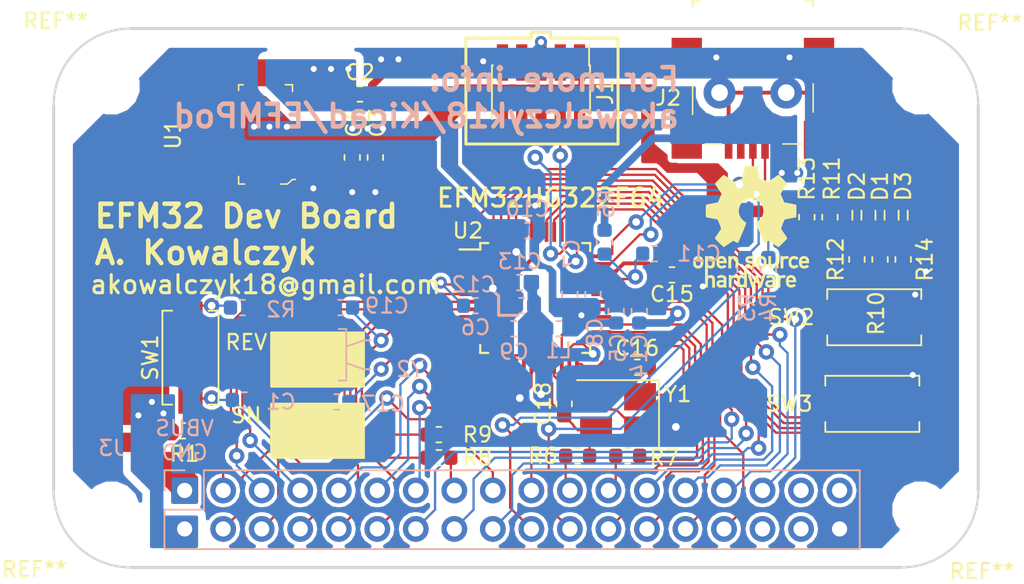
<source format=kicad_pcb>
(kicad_pcb (version 20171130) (host pcbnew "(5.0.0)")
  (layers (0 F.Cu signal) (31 B.Cu signal) (34 B.Paste user) (35 F.Paste user) (36 B.SilkS user hide) (37 F.SilkS user) (38 B.Mask user) (39 F.Mask user) (44 Edge.Cuts user))
  (net 0 "")
  (net 1 GNDREF)
  (net 2 /~EFM_RESET)
  (net 3 VBUS)
  (net 4 +3V3)
  (net 5 "Net-(C12-Pad1)")
  (net 6 "Net-(C11-Pad1)")
  (net 7 "Net-(C14-Pad1)")
  (net 8 "Net-(C15-Pad1)")
  (net 9 /XTALM)
  (net 10 /RTCM)
  (net 11 /XTALP)
  (net 12 /RTCP)
  (net 13 /DBG_SWCLK)
  (net 14 /DBG_SWDIO)
  (net 15 /PA0)
  (net 16 /PC0)
  (net 17 /PA1)
  (net 18 /PC1)
  (net 19 /PA2)
  (net 20 /PC2)
  (net 21 /PA8)
  (net 22 /PC3)
  (net 23 /PA9)
  (net 24 /PC4)
  (net 25 /PA10)
  (net 26 /PC8)
  (net 27 /PB7)
  (net 28 /PC9)
  (net 29 /PB8)
  (net 30 /PC10)
  (net 31 /PB11)
  (net 32 /PC14)
  (net 33 /PB13)
  (net 34 /PC15)
  (net 35 /PB14)
  (net 36 /PD4)
  (net 37 /PE10)
  (net 38 /PD5)
  (net 39 /PE11)
  (net 40 /PD6)
  (net 41 /PE12)
  (net 42 /PD7)
  (net 43 /PE13)
  (net 44 /PF4)
  (net 45 /PF2)
  (net 46 /PF5)
  (net 47 /PF3)
  (net 48 "Net-(R2-Pad1)")
  (net 49 /USB_DM)
  (net 50 /USB_DP)
  (net 51 /LED0)
  (net 52 "Net-(D1-Pad2)")
  (net 53 /SW0)
  (net 54 "Net-(D2-Pad2)")
  (net 55 /LED1)
  (net 56 /SW1)
  (net 57 "Net-(D3-Pad2)")
  (net 58 "Net-(J2-Pad4)")
  (net 59 "Net-(J1-Pad6)")
  (net 60 "Net-(J1-Pad7)")
  (net 61 "Net-(J1-Pad8)")
  (module Capacitor_SMD:C_0603_1608Metric (layer B.Cu) (at 138.303 91.821)
    (fp_text reference C1 (at 2.413 0.127) (layer B.SilkS) (effects (justify mirror)))
    (fp_text value 0.1uF)
    (pad 2 smd roundrect (at 0.7875 0) (size 0.875 0.95) (layers B.Cu B.Paste B.Mask) (net 1 GNDREF))
    (pad 1 smd roundrect (at -0.7875 0) (size 0.875 0.95) (layers B.Cu B.Paste B.Mask) (net 2 /~EFM_RESET))
  )
  (module Capacitor_SMD:C_0603_1608Metric (layer F.Cu) (at 145.923 71.628)
    (fp_text reference C2 (at 0 -1.43) (layer F.SilkS))
    (fp_text value 10uF)
    (pad 1 smd roundrect (at -0.7875 0) (size 0.875 0.95) (layers F.Cu F.Paste F.Mask) (net 3 VBUS))
    (pad 2 smd roundrect (at 0.7875 0) (size 0.875 0.95) (layers F.Cu F.Paste F.Mask) (net 1 GNDREF))
  )
  (module Capacitor_SMD:C_0603_1608Metric (layer F.Cu) (at 146.939 75.819 270)
    (fp_text reference C3 (at -2.286 -0.127 270) (layer F.SilkS))
    (fp_text value 10uF)
    (pad 2 smd roundrect (at 0.7875 0 270) (size 0.875 0.95) (layers F.Cu F.Paste F.Mask) (net 1 GNDREF))
    (pad 1 smd roundrect (at -0.7875 0 270) (size 0.875 0.95) (layers F.Cu F.Paste F.Mask) (net 4 +3V3))
  )
  (module Capacitor_SMD:C_0603_1608Metric (layer F.Cu) (at 145.415 75.819 270)
    (fp_text reference C4 (at -2.286 -0.127 270) (layer F.SilkS))
    (fp_text value 10uF)
    (pad 1 smd roundrect (at -0.7875 0 270) (size 0.875 0.95) (layers F.Cu F.Paste F.Mask) (net 4 +3V3))
    (pad 2 smd roundrect (at 0.7875 0 270) (size 0.875 0.95) (layers F.Cu F.Paste F.Mask) (net 1 GNDREF))
  )
  (module Capacitor_SMD:C_0603_1608Metric (layer B.Cu) (at 162.814 85.9535 90)
    (fp_text reference C5 (at -2.4385 0.127 90) (layer B.SilkS) (effects (justify mirror)))
    (fp_text value 10uF)
    (pad 1 smd roundrect (at -0.7875 0 90) (size 0.875 0.95) (layers B.Cu B.Paste B.Mask) (net 4 +3V3))
    (pad 2 smd roundrect (at 0.7875 0 90) (size 0.875 0.95) (layers B.Cu B.Paste B.Mask) (net 1 GNDREF))
  )
  (module Capacitor_SMD:C_0603_1608Metric (layer B.Cu) (at 153.543 85.598)
    (fp_text reference C6 (at 0 1.43) (layer B.SilkS) (effects (justify mirror)))
    (fp_text value 0.1uF)
    (pad 1 smd roundrect (at -0.7875 0) (size 0.875 0.95) (layers B.Cu B.Paste B.Mask) (net 4 +3V3))
    (pad 2 smd roundrect (at 0.7875 0) (size 0.875 0.95) (layers B.Cu B.Paste B.Mask) (net 1 GNDREF))
  )
  (module Capacitor_SMD:C_0603_1608Metric (layer B.Cu) (at 159.766 84.836 90)
    (fp_text reference C7 (at 2.667 0.127 90) (layer B.SilkS) (effects (justify mirror)))
    (fp_text value 0.1uF)
    (pad 1 smd roundrect (at -0.7875 0 90) (size 0.875 0.95) (layers B.Cu B.Paste B.Mask) (net 4 +3V3))
    (pad 2 smd roundrect (at 0.7875 0 90) (size 0.875 0.95) (layers B.Cu B.Paste B.Mask) (net 1 GNDREF))
  )
  (module Capacitor_SMD:C_0603_1608Metric (layer B.Cu) (at 161.29 84.836 90)
    (fp_text reference C8 (at -2.54 0.127 90) (layer B.SilkS) (effects (justify mirror)))
    (fp_text value 0.1uF)
    (pad 2 smd roundrect (at 0.7875 0 90) (size 0.875 0.95) (layers B.Cu B.Paste B.Mask) (net 1 GNDREF))
    (pad 1 smd roundrect (at -0.7875 0 90) (size 0.875 0.95) (layers B.Cu B.Paste B.Mask) (net 4 +3V3))
  )
  (module Capacitor_SMD:C_0603_1608Metric (layer B.Cu) (at 156.0575 87.122 180)
    (fp_text reference C9 (at -0.0255 -1.524 180) (layer B.SilkS) (effects (justify mirror)))
    (fp_text value 10uF)
    (pad 2 smd roundrect (at 0.7875 0 180) (size 0.875 0.95) (layers B.Cu B.Paste B.Mask) (net 1 GNDREF))
    (pad 1 smd roundrect (at -0.7875 0 180) (size 0.875 0.95) (layers B.Cu B.Paste B.Mask) (net 5 "Net-(C12-Pad1)"))
  )
  (module Capacitor_SMD:C_0603_1608Metric (layer B.Cu) (at 156.972 80.645 180)
    (fp_text reference C10 (at 0 1.43 180) (layer B.SilkS) (effects (justify mirror)))
    (fp_text value 0.1uF)
    (pad 1 smd roundrect (at -0.7875 0 180) (size 0.875 0.95) (layers B.Cu B.Paste B.Mask) (net 4 +3V3))
    (pad 2 smd roundrect (at 0.7875 0 180) (size 0.875 0.95) (layers B.Cu B.Paste B.Mask) (net 1 GNDREF))
  )
  (module Capacitor_SMD:C_0603_1608Metric (layer B.Cu) (at 165.354 82.169)
    (fp_text reference C11 (at 2.921 0) (layer B.SilkS) (effects (justify mirror)))
    (fp_text value 4.7uF)
    (pad 2 smd roundrect (at 0.7875 0) (size 0.875 0.95) (layers B.Cu B.Paste B.Mask) (net 1 GNDREF))
    (pad 1 smd roundrect (at -0.7875 0) (size 0.875 0.95) (layers B.Cu B.Paste B.Mask) (net 6 "Net-(C11-Pad1)"))
  )
  (module Capacitor_SMD:C_0603_1608Metric (layer B.Cu) (at 156.591 85.598 180)
    (fp_text reference C12 (at 3.175 1.397 180) (layer B.SilkS) (effects (justify mirror)))
    (fp_text value 0.01uF)
    (pad 1 smd roundrect (at -0.7875 0 180) (size 0.875 0.95) (layers B.Cu B.Paste B.Mask) (net 5 "Net-(C12-Pad1)"))
    (pad 2 smd roundrect (at 0.7875 0 180) (size 0.875 0.95) (layers B.Cu B.Paste B.Mask) (net 1 GNDREF))
  )
  (module Capacitor_SMD:C_0603_1608Metric (layer B.Cu) (at 156.4385 84.074 180)
    (fp_text reference C13 (at -0.0255 1.397 180) (layer B.SilkS) (effects (justify mirror)))
    (fp_text value 0.01uF)
    (pad 2 smd roundrect (at 0.7875 0 180) (size 0.875 0.95) (layers B.Cu B.Paste B.Mask) (net 1 GNDREF))
    (pad 1 smd roundrect (at -0.7875 0 180) (size 0.875 0.95) (layers B.Cu B.Paste B.Mask) (net 5 "Net-(C12-Pad1)"))
  )
  (module Capacitor_SMD:C_0603_1608Metric (layer B.Cu) (at 164.338 85.9535 90)
    (fp_text reference C14 (at -2.9465 0 90) (layer B.SilkS) (effects (justify mirror)))
    (fp_text value 1uF)
    (pad 2 smd roundrect (at 0.7875 0 90) (size 0.875 0.95) (layers B.Cu B.Paste B.Mask) (net 1 GNDREF))
    (pad 1 smd roundrect (at -0.7875 0 90) (size 0.875 0.95) (layers B.Cu B.Paste B.Mask) (net 7 "Net-(C14-Pad1)"))
  )
  (module Capacitor_SMD:C_0603_1608Metric (layer F.Cu) (at 166.497 83.566)
    (fp_text reference C15 (at 0 1.27) (layer F.SilkS))
    (fp_text value 1uF)
    (pad 1 smd roundrect (at -0.7875 0) (size 0.875 0.95) (layers F.Cu F.Paste F.Mask) (net 8 "Net-(C15-Pad1)"))
    (pad 2 smd roundrect (at 0.7875 0) (size 0.875 0.95) (layers F.Cu F.Paste F.Mask) (net 1 GNDREF))
  )
  (module Capacitor_SMD:C_0603_1608Metric (layer F.Cu) (at 164.211 89.662 180)
    (fp_text reference C16 (at 0 1.27 180) (layer F.SilkS))
    (fp_text value 22pF)
    (pad 2 smd roundrect (at 0.7875 0 180) (size 0.875 0.95) (layers F.Cu F.Paste F.Mask) (net 1 GNDREF))
    (pad 1 smd roundrect (at -0.7875 0 180) (size 0.875 0.95) (layers F.Cu F.Paste F.Mask) (net 9 /XTALM))
  )
  (module Capacitor_SMD:C_0603_1608Metric (layer B.Cu) (at 144.399 91.948 180)
    (fp_text reference C17 (at -3.048 -0.127 180) (layer B.SilkS) (effects (justify mirror)))
    (fp_text value 22pF)
    (pad 2 smd roundrect (at 0.7875 0 180) (size 0.875 0.95) (layers B.Cu B.Paste B.Mask) (net 1 GNDREF))
    (pad 1 smd roundrect (at -0.7875 0 180) (size 0.875 0.95) (layers B.Cu B.Paste B.Mask) (net 10 /RTCM))
  )
  (module Capacitor_SMD:C_0603_1608Metric (layer F.Cu) (at 159.385 92.075 90)
    (fp_text reference C18 (at 0 -1.397 90) (layer F.SilkS))
    (fp_text value 22pF)
    (pad 1 smd roundrect (at -0.7875 0 90) (size 0.875 0.95) (layers F.Cu F.Paste F.Mask) (net 11 /XTALP))
    (pad 2 smd roundrect (at 0.7875 0 90) (size 0.875 0.95) (layers F.Cu F.Paste F.Mask) (net 1 GNDREF))
  )
  (module Capacitor_SMD:C_0603_1608Metric (layer B.Cu) (at 144.653 85.725 180)
    (fp_text reference C19 (at -3.048 0.127 180) (layer B.SilkS) (effects (justify mirror)))
    (fp_text value 22pF)
    (pad 1 smd roundrect (at -0.7875 0 180) (size 0.875 0.95) (layers B.Cu B.Paste B.Mask) (net 12 /RTCP))
    (pad 2 smd roundrect (at 0.7875 0 180) (size 0.875 0.95) (layers B.Cu B.Paste B.Mask) (net 1 GNDREF))
  )
  (module Connector_PinHeader_2.54mm:PinHeader_2x18_P2.54mm_Vertical (layer B.Cu) (at 134.366 97.79 270)
    (fp_text reference J3 (at -2.794 4.826 180) (layer B.SilkS) (effects (justify mirror)))
    (fp_text value Conn_02x18_Odd_Even)
    (pad 1 thru_hole rect (at 0 0 270) (size 1.7 1.7) (drill 1) (layers *.Cu *.Mask) (net 3 VBUS))
    (pad 2 thru_hole oval (at 2.54 0 270) (size 1.7 1.7) (drill 1) (layers *.Cu *.Mask) (net 4 +3V3))
    (pad 3 thru_hole oval (at 0 -2.54 270) (size 1.7 1.7) (drill 1) (layers *.Cu *.Mask) (net 15 /PA0))
    (pad 4 thru_hole oval (at 2.54 -2.54 270) (size 1.7 1.7) (drill 1) (layers *.Cu *.Mask) (net 16 /PC0))
    (pad 5 thru_hole oval (at 0 -5.08 270) (size 1.7 1.7) (drill 1) (layers *.Cu *.Mask) (net 17 /PA1))
    (pad 6 thru_hole oval (at 2.54 -5.08 270) (size 1.7 1.7) (drill 1) (layers *.Cu *.Mask) (net 18 /PC1))
    (pad 7 thru_hole oval (at 0 -7.62 270) (size 1.7 1.7) (drill 1) (layers *.Cu *.Mask) (net 19 /PA2))
    (pad 8 thru_hole oval (at 2.54 -7.62 270) (size 1.7 1.7) (drill 1) (layers *.Cu *.Mask) (net 20 /PC2))
    (pad 9 thru_hole oval (at 0 -10.16 270) (size 1.7 1.7) (drill 1) (layers *.Cu *.Mask) (net 21 /PA8))
    (pad 10 thru_hole oval (at 2.54 -10.16 270) (size 1.7 1.7) (drill 1) (layers *.Cu *.Mask) (net 22 /PC3))
    (pad 11 thru_hole oval (at 0 -12.7 270) (size 1.7 1.7) (drill 1) (layers *.Cu *.Mask) (net 23 /PA9))
    (pad 12 thru_hole oval (at 2.54 -12.7 270) (size 1.7 1.7) (drill 1) (layers *.Cu *.Mask) (net 24 /PC4))
    (pad 13 thru_hole oval (at 0 -15.24 270) (size 1.7 1.7) (drill 1) (layers *.Cu *.Mask) (net 25 /PA10))
    (pad 14 thru_hole oval (at 2.54 -15.24 270) (size 1.7 1.7) (drill 1) (layers *.Cu *.Mask) (net 26 /PC8))
    (pad 15 thru_hole oval (at 0 -17.78 270) (size 1.7 1.7) (drill 1) (layers *.Cu *.Mask) (net 27 /PB7))
    (pad 16 thru_hole oval (at 2.54 -17.78 270) (size 1.7 1.7) (drill 1) (layers *.Cu *.Mask) (net 28 /PC9))
    (pad 17 thru_hole oval (at 0 -20.32 270) (size 1.7 1.7) (drill 1) (layers *.Cu *.Mask) (net 29 /PB8))
    (pad 18 thru_hole oval (at 2.54 -20.32 270) (size 1.7 1.7) (drill 1) (layers *.Cu *.Mask) (net 30 /PC10))
    (pad 19 thru_hole oval (at 0 -22.86 270) (size 1.7 1.7) (drill 1) (layers *.Cu *.Mask) (net 31 /PB11))
    (pad 20 thru_hole oval (at 2.54 -22.86 270) (size 1.7 1.7) (drill 1) (layers *.Cu *.Mask) (net 32 /PC14))
    (pad 21 thru_hole oval (at 0 -25.4 270) (size 1.7 1.7) (drill 1) (layers *.Cu *.Mask) (net 33 /PB13))
    (pad 22 thru_hole oval (at 2.54 -25.4 270) (size 1.7 1.7) (drill 1) (layers *.Cu *.Mask) (net 34 /PC15))
    (pad 23 thru_hole oval (at 0 -27.94 270) (size 1.7 1.7) (drill 1) (layers *.Cu *.Mask) (net 35 /PB14))
    (pad 24 thru_hole oval (at 2.54 -27.94 270) (size 1.7 1.7) (drill 1) (layers *.Cu *.Mask) (net 36 /PD4))
    (pad 25 thru_hole oval (at 0 -30.48 270) (size 1.7 1.7) (drill 1) (layers *.Cu *.Mask) (net 37 /PE10))
    (pad 26 thru_hole oval (at 2.54 -30.48 270) (size 1.7 1.7) (drill 1) (layers *.Cu *.Mask) (net 38 /PD5))
    (pad 27 thru_hole oval (at 0 -33.02 270) (size 1.7 1.7) (drill 1) (layers *.Cu *.Mask) (net 39 /PE11))
    (pad 28 thru_hole oval (at 2.54 -33.02 270) (size 1.7 1.7) (drill 1) (layers *.Cu *.Mask) (net 40 /PD6))
    (pad 29 thru_hole oval (at 0 -35.56 270) (size 1.7 1.7) (drill 1) (layers *.Cu *.Mask) (net 41 /PE12))
    (pad 30 thru_hole oval (at 2.54 -35.56 270) (size 1.7 1.7) (drill 1) (layers *.Cu *.Mask) (net 42 /PD7))
    (pad 31 thru_hole oval (at 0 -38.1 270) (size 1.7 1.7) (drill 1) (layers *.Cu *.Mask) (net 43 /PE13))
    (pad 32 thru_hole oval (at 2.54 -38.1 270) (size 1.7 1.7) (drill 1) (layers *.Cu *.Mask) (net 44 /PF4))
    (pad 33 thru_hole oval (at 0 -40.64 270) (size 1.7 1.7) (drill 1) (layers *.Cu *.Mask) (net 45 /PF2))
    (pad 34 thru_hole oval (at 2.54 -40.64 270) (size 1.7 1.7) (drill 1) (layers *.Cu *.Mask) (net 46 /PF5))
    (pad 35 thru_hole oval (at 0 -43.18 270) (size 1.7 1.7) (drill 1) (layers *.Cu *.Mask) (net 47 /PF3))
    (pad 36 thru_hole oval (at 2.54 -43.18 270) (size 1.7 1.7) (drill 1) (layers *.Cu *.Mask) (net 1 GNDREF))
  )
  (module Inductor_SMD:L_0603_1608Metric (layer B.Cu) (at 159.0295 87.122)
    (fp_text reference L1 (at 0 1.43) (layer B.SilkS) (effects (justify mirror)))
    (fp_text value Ferrite_Bead)
    (pad 1 smd roundrect (at -0.7875 0) (size 0.875 0.95) (layers B.Cu B.Paste B.Mask) (net 5 "Net-(C12-Pad1)"))
    (pad 2 smd roundrect (at 0.7875 0) (size 0.875 0.95) (layers B.Cu B.Paste B.Mask) (net 4 +3V3))
  )
  (module Resistor_SMD:R_0603_1608Metric (layer F.Cu) (at 134.239 93.853)
    (fp_text reference R1 (at 0.127 1.524) (layer F.SilkS))
    (fp_text value 100k)
    (pad 2 smd roundrect (at 0.7875 0) (size 0.875 0.95) (layers F.Cu F.Paste F.Mask) (net 2 /~EFM_RESET))
    (pad 1 smd roundrect (at -0.7875 0) (size 0.875 0.95) (layers F.Cu F.Paste F.Mask) (net 4 +3V3))
  )
  (module Resistor_SMD:R_0603_1608Metric (layer B.Cu) (at 138.176 85.725)
    (fp_text reference R2 (at 2.54 0.127) (layer B.SilkS) (effects (justify mirror)))
    (fp_text value 100)
    (pad 1 smd roundrect (at -0.7875 0) (size 0.875 0.95) (layers B.Cu B.Paste B.Mask) (net 48 "Net-(R2-Pad1)"))
    (pad 2 smd roundrect (at 0.7875 0) (size 0.875 0.95) (layers B.Cu B.Paste B.Mask) (net 1 GNDREF))
  )
  (module Resistor_SMD:R_0603_1608Metric (layer B.Cu) (at 171.323 83.2105 90)
    (fp_text reference R3 (at -2.5145 0.127 90) (layer B.SilkS) (effects (justify mirror)))
    (fp_text value 10)
    (pad 2 smd roundrect (at 0.7875 0 90) (size 0.875 0.95) (layers B.Cu B.Paste B.Mask) (net 49 /USB_DM))
    (pad 1 smd roundrect (at -0.7875 0 90) (size 0.875 0.95) (layers B.Cu B.Paste B.Mask) (net 32 /PC14))
  )
  (module Resistor_SMD:R_0603_1608Metric (layer B.Cu) (at 172.847 83.2105 90)
    (fp_text reference R4 (at -2.5145 0 90) (layer B.SilkS) (effects (justify mirror)))
    (fp_text value 10)
    (pad 1 smd roundrect (at -0.7875 0 90) (size 0.875 0.95) (layers B.Cu B.Paste B.Mask) (net 34 /PC15))
    (pad 2 smd roundrect (at 0.7875 0 90) (size 0.875 0.95) (layers B.Cu B.Paste B.Mask) (net 50 /USB_DP))
  )
  (module Resistor_SMD:R_0603_1608Metric (layer B.Cu) (at 162.052 81.407 90)
    (fp_text reference R5 (at 2.54 0.127 90) (layer B.SilkS) (effects (justify mirror)))
    (fp_text value 0)
    (pad 2 smd roundrect (at 0.7875 0 90) (size 0.875 0.95) (layers B.Cu B.Paste B.Mask) (net 3 VBUS))
    (pad 1 smd roundrect (at -0.7875 0 90) (size 0.875 0.95) (layers B.Cu B.Paste B.Mask) (net 6 "Net-(C11-Pad1)"))
  )
  (module Resistor_SMD:R_0603_1608Metric (layer F.Cu) (at 160.274 95.504)
    (fp_text reference R6 (at -2.286 0) (layer F.SilkS))
    (fp_text value 0)
    (pad 1 smd roundrect (at -0.7875 0) (size 0.875 0.95) (layers F.Cu F.Paste F.Mask) (net 33 /PB13))
    (pad 2 smd roundrect (at 0.7875 0) (size 0.875 0.95) (layers F.Cu F.Paste F.Mask) (net 11 /XTALP))
  )
  (module Resistor_SMD:R_0603_1608Metric (layer F.Cu) (at 163.576 95.504)
    (fp_text reference R7 (at 2.413 0.127) (layer F.SilkS))
    (fp_text value 0)
    (pad 2 smd roundrect (at 0.7875 0) (size 0.875 0.95) (layers F.Cu F.Paste F.Mask) (net 9 /XTALM))
    (pad 1 smd roundrect (at -0.7875 0) (size 0.875 0.95) (layers F.Cu F.Paste F.Mask) (net 35 /PB14))
  )
  (module Resistor_SMD:R_0603_1608Metric (layer F.Cu) (at 151.13 95.631 180)
    (fp_text reference R8 (at -2.54 0 180) (layer F.SilkS))
    (fp_text value 0)
    (pad 1 smd roundrect (at -0.7875 0 180) (size 0.875 0.95) (layers F.Cu F.Paste F.Mask) (net 27 /PB7))
    (pad 2 smd roundrect (at 0.7875 0 180) (size 0.875 0.95) (layers F.Cu F.Paste F.Mask) (net 12 /RTCP))
  )
  (module Resistor_SMD:R_0603_1608Metric (layer F.Cu) (at 151.13 94.107 180)
    (fp_text reference R9 (at -2.54 0 180) (layer F.SilkS))
    (fp_text value 0)
    (pad 2 smd roundrect (at 0.7875 0 180) (size 0.875 0.95) (layers F.Cu F.Paste F.Mask) (net 10 /RTCM))
    (pad 1 smd roundrect (at -0.7875 0 180) (size 0.875 0.95) (layers F.Cu F.Paste F.Mask) (net 29 /PB8))
  )
  (module Resistor_SMD:R_0603_1608Metric (layer F.Cu) (at 180.213 82.55 270)
    (fp_text reference R10 (at 3.556 0.254 270) (layer F.SilkS))
    (fp_text value 100)
    (pad 2 smd roundrect (at 0.7875 0 270) (size 0.875 0.95) (layers F.Cu F.Paste F.Mask) (net 51 /LED0))
    (pad 1 smd roundrect (at -0.7875 0 270) (size 0.875 0.95) (layers F.Cu F.Paste F.Mask) (net 52 "Net-(D1-Pad2)"))
  )
  (module Resistor_SMD:R_0603_1608Metric (layer F.Cu) (at 176.911 79.756 270)
    (fp_text reference R11 (at -2.54 -0.127 270) (layer F.SilkS))
    (fp_text value 47k)
    (pad 2 smd roundrect (at 0.7875 0 270) (size 0.875 0.95) (layers F.Cu F.Paste F.Mask) (net 53 /SW0))
    (pad 1 smd roundrect (at -0.7875 0 270) (size 0.875 0.95) (layers F.Cu F.Paste F.Mask) (net 4 +3V3))
  )
  (module Resistor_SMD:R_0603_1608Metric (layer F.Cu) (at 178.689 82.55 270)
    (fp_text reference R12 (at 0 1.397 270) (layer F.SilkS))
    (fp_text value 100)
    (pad 1 smd roundrect (at -0.7875 0 270) (size 0.875 0.95) (layers F.Cu F.Paste F.Mask) (net 54 "Net-(D2-Pad2)"))
    (pad 2 smd roundrect (at 0.7875 0 270) (size 0.875 0.95) (layers F.Cu F.Paste F.Mask) (net 55 /LED1))
  )
  (module Resistor_SMD:R_0603_1608Metric (layer F.Cu) (at 175.387 79.756 270)
    (fp_text reference R13 (at -2.54 0 270) (layer F.SilkS))
    (fp_text value 47k)
    (pad 1 smd roundrect (at -0.7875 0 270) (size 0.875 0.95) (layers F.Cu F.Paste F.Mask) (net 4 +3V3))
    (pad 2 smd roundrect (at 0.7875 0 270) (size 0.875 0.95) (layers F.Cu F.Paste F.Mask) (net 56 /SW1))
  )
  (module Resistor_SMD:R_0603_1608Metric (layer F.Cu) (at 181.737 82.55 270)
    (fp_text reference R14 (at 0 -1.43 270) (layer F.SilkS))
    (fp_text value 100)
    (pad 1 smd roundrect (at -0.7875 0 270) (size 0.875 0.95) (layers F.Cu F.Paste F.Mask) (net 57 "Net-(D3-Pad2)"))
    (pad 2 smd roundrect (at 0.7875 0 270) (size 0.875 0.95) (layers F.Cu F.Paste F.Mask) (net 1 GNDREF))
  )
  (module Button_Switch_SMD:SW_SPST_EVQPE1 (layer F.Cu) (at 134.747 89.027 90)
    (fp_text reference SW1 (at 0 -2.65 90) (layer F.SilkS))
    (fp_text value SW_Push)
    (pad 1 smd rect (at -2.7 0 90) (size 2 1.6) (layers F.Cu F.Paste F.Mask) (net 2 /~EFM_RESET))
    (pad 2 smd rect (at 2.7 0 90) (size 2 1.6) (layers F.Cu F.Paste F.Mask) (net 48 "Net-(R2-Pad1)"))
  )
  (module Button_Switch_SMD:SW_SPST_EVQPE1 (layer F.Cu) (at 179.832 86.36)
    (fp_text reference SW2 (at -5.461 0) (layer F.SilkS))
    (fp_text value SW_Push)
    (pad 2 smd rect (at 2.7 0) (size 2 1.6) (layers F.Cu F.Paste F.Mask) (net 1 GNDREF))
    (pad 1 smd rect (at -2.7 0) (size 2 1.6) (layers F.Cu F.Paste F.Mask) (net 53 /SW0))
  )
  (module Button_Switch_SMD:SW_SPST_EVQPE1 (layer F.Cu) (at 179.705 92.075)
    (fp_text reference SW3 (at -5.461 0) (layer F.SilkS))
    (fp_text value SW_Push)
    (pad 2 smd rect (at 2.7 0) (size 2 1.6) (layers F.Cu F.Paste F.Mask) (net 1 GNDREF))
    (pad 1 smd rect (at -2.7 0) (size 2 1.6) (layers F.Cu F.Paste F.Mask) (net 56 /SW1))
  )
  (module Crystal:Crystal_C38-LF_D3.0mm_L8.0mm_Horizontal_1EP_style1 (layer B.Cu) (at 147.32 89.789 90)
    (fp_text reference Y2 (at 0 1.905) (layer B.SilkS) (effects (justify mirror)))
    (fp_text value Crystal_GND3)
    (pad 1 thru_hole circle (at 0 0 90) (size 1 1) (drill 0.5) (layers *.Cu *.Mask) (net 10 /RTCM))
    (pad 2 thru_hole circle (at 1.9 0 90) (size 1 1) (drill 0.5) (layers *.Cu *.Mask) (net 12 /RTCP))
    (pad 3 smd rect (at 0.95 -7 90) (size 3 8) (layers B.Cu B.Paste B.Mask) (net 1 GNDREF))
  )
  (module Package_QFP:TQFP-48_7x7mm_P0.5mm (layer F.Cu) (at 157.48 85.09)
    (fp_text reference U2 (at -4.445 -4.445) (layer F.SilkS))
    (fp_text value EFM32HG322F64)
    (pad 1 smd rect (at -4.35 -2.75) (size 1.3 0.25) (layers F.Cu F.Paste F.Mask) (net 15 /PA0))
    (pad 2 smd rect (at -4.35 -2.25) (size 1.3 0.25) (layers F.Cu F.Paste F.Mask) (net 17 /PA1))
    (pad 3 smd rect (at -4.35 -1.75) (size 1.3 0.25) (layers F.Cu F.Paste F.Mask) (net 19 /PA2))
    (pad 4 smd rect (at -4.35 -1.25) (size 1.3 0.25) (layers F.Cu F.Paste F.Mask) (net 4 +3V3))
    (pad 5 smd rect (at -4.35 -0.75) (size 1.3 0.25) (layers F.Cu F.Paste F.Mask) (net 1 GNDREF))
    (pad 6 smd rect (at -4.35 -0.25) (size 1.3 0.25) (layers F.Cu F.Paste F.Mask) (net 16 /PC0))
    (pad 7 smd rect (at -4.35 0.25) (size 1.3 0.25) (layers F.Cu F.Paste F.Mask) (net 18 /PC1))
    (pad 8 smd rect (at -4.35 0.75) (size 1.3 0.25) (layers F.Cu F.Paste F.Mask) (net 20 /PC2))
    (pad 9 smd rect (at -4.35 1.25) (size 1.3 0.25) (layers F.Cu F.Paste F.Mask) (net 22 /PC3))
    (pad 10 smd rect (at -4.35 1.75) (size 1.3 0.25) (layers F.Cu F.Paste F.Mask) (net 24 /PC4))
    (pad 11 smd rect (at -4.35 2.25) (size 1.3 0.25) (layers F.Cu F.Paste F.Mask) (net 12 /RTCP))
    (pad 12 smd rect (at -4.35 2.75) (size 1.3 0.25) (layers F.Cu F.Paste F.Mask) (net 10 /RTCM))
    (pad 13 smd rect (at -2.75 4.35 90) (size 1.3 0.25) (layers F.Cu F.Paste F.Mask) (net 21 /PA8))
    (pad 14 smd rect (at -2.25 4.35 90) (size 1.3 0.25) (layers F.Cu F.Paste F.Mask) (net 23 /PA9))
    (pad 15 smd rect (at -1.75 4.35 90) (size 1.3 0.25) (layers F.Cu F.Paste F.Mask) (net 25 /PA10))
    (pad 16 smd rect (at -1.25 4.35 90) (size 1.3 0.25) (layers F.Cu F.Paste F.Mask) (net 2 /~EFM_RESET))
    (pad 17 smd rect (at -0.75 4.35 90) (size 1.3 0.25) (layers F.Cu F.Paste F.Mask) (net 31 /PB11))
    (pad 18 smd rect (at -0.25 4.35 90) (size 1.3 0.25) (layers F.Cu F.Paste F.Mask) (net 1 GNDREF))
    (pad 19 smd rect (at 0.25 4.35 90) (size 1.3 0.25) (layers F.Cu F.Paste F.Mask) (net 5 "Net-(C12-Pad1)"))
    (pad 20 smd rect (at 0.75 4.35 90) (size 1.3 0.25) (layers F.Cu F.Paste F.Mask) (net 11 /XTALP))
    (pad 21 smd rect (at 1.25 4.35 90) (size 1.3 0.25) (layers F.Cu F.Paste F.Mask) (net 9 /XTALM))
    (pad 22 smd rect (at 1.75 4.35 90) (size 1.3 0.25) (layers F.Cu F.Paste F.Mask) (net 4 +3V3))
    (pad 23 smd rect (at 2.25 4.35 90) (size 1.3 0.25) (layers F.Cu F.Paste F.Mask) (net 5 "Net-(C12-Pad1)"))
    (pad 24 smd rect (at 2.75 4.35 90) (size 1.3 0.25) (layers F.Cu F.Paste F.Mask) (net 36 /PD4))
    (pad 25 smd rect (at 4.35 2.75) (size 1.3 0.25) (layers F.Cu F.Paste F.Mask) (net 38 /PD5))
    (pad 26 smd rect (at 4.35 2.25) (size 1.3 0.25) (layers F.Cu F.Paste F.Mask) (net 40 /PD6))
    (pad 27 smd rect (at 4.35 1.75) (size 1.3 0.25) (layers F.Cu F.Paste F.Mask) (net 42 /PD7))
    (pad 28 smd rect (at 4.35 1.25) (size 1.3 0.25) (layers F.Cu F.Paste F.Mask) (net 4 +3V3))
    (pad 29 smd rect (at 4.35 0.75) (size 1.3 0.25) (layers F.Cu F.Paste F.Mask) (net 7 "Net-(C14-Pad1)"))
    (pad 30 smd rect (at 4.35 0.25) (size 1.3 0.25) (layers F.Cu F.Paste F.Mask) (net 26 /PC8))
    (pad 31 smd rect (at 4.35 -0.25) (size 1.3 0.25) (layers F.Cu F.Paste F.Mask) (net 28 /PC9))
    (pad 32 smd rect (at 4.35 -0.75) (size 1.3 0.25) (layers F.Cu F.Paste F.Mask) (net 30 /PC10))
    (pad 33 smd rect (at 4.35 -1.25) (size 1.3 0.25) (layers F.Cu F.Paste F.Mask) (net 6 "Net-(C11-Pad1)"))
    (pad 34 smd rect (at 4.35 -1.75) (size 1.3 0.25) (layers F.Cu F.Paste F.Mask) (net 8 "Net-(C15-Pad1)"))
    (pad 35 smd rect (at 4.35 -2.25) (size 1.3 0.25) (layers F.Cu F.Paste F.Mask) (net 49 /USB_DM))
    (pad 36 smd rect (at 4.35 -2.75) (size 1.3 0.25) (layers F.Cu F.Paste F.Mask) (net 50 /USB_DP))
    (pad 37 smd rect (at 2.75 -4.35 90) (size 1.3 0.25) (layers F.Cu F.Paste F.Mask) (net 13 /DBG_SWCLK))
    (pad 38 smd rect (at 2.25 -4.35 90) (size 1.3 0.25) (layers F.Cu F.Paste F.Mask) (net 14 /DBG_SWDIO))
    (pad 39 smd rect (at 1.75 -4.35 90) (size 1.3 0.25) (layers F.Cu F.Paste F.Mask) (net 51 /LED0))
    (pad 40 smd rect (at 1.25 -4.35 90) (size 1.3 0.25) (layers F.Cu F.Paste F.Mask) (net 55 /LED1))
    (pad 41 smd rect (at 0.75 -4.35 90) (size 1.3 0.25) (layers F.Cu F.Paste F.Mask) (net 53 /SW0))
    (pad 42 smd rect (at 0.25 -4.35 90) (size 1.3 0.25) (layers F.Cu F.Paste F.Mask) (net 56 /SW1))
    (pad 43 smd rect (at -0.25 -4.35 90) (size 1.3 0.25) (layers F.Cu F.Paste F.Mask) (net 4 +3V3))
    (pad 44 smd rect (at -0.75 -4.35 90) (size 1.3 0.25) (layers F.Cu F.Paste F.Mask) (net 1 GNDREF))
    (pad 45 smd rect (at -1.25 -4.35 90) (size 1.3 0.25) (layers F.Cu F.Paste F.Mask) (net 37 /PE10))
    (pad 46 smd rect (at -1.75 -4.35 90) (size 1.3 0.25) (layers F.Cu F.Paste F.Mask) (net 39 /PE11))
    (pad 47 smd rect (at -2.25 -4.35 90) (size 1.3 0.25) (layers F.Cu F.Paste F.Mask) (net 41 /PE12))
    (pad 48 smd rect (at -2.75 -4.35 90) (size 1.3 0.25) (layers F.Cu F.Paste F.Mask) (net 43 /PE13))
  )
  (module digikey-footprints:0603 (layer F.Cu) (at 180.213 79.629 270)
    (fp_text reference D1 (at -1.905 0 270) (layer F.SilkS))
    (fp_text value 2.1V)
    (pad 2 smd rect (at 0.7 0 270) (size 0.6 0.8) (layers F.Cu F.Paste F.Mask) (net 52 "Net-(D1-Pad2)"))
    (pad 1 smd rect (at -0.7 0 270) (size 0.6 0.8) (layers F.Cu F.Paste F.Mask) (net 4 +3V3))
  )
  (module digikey-footprints:0603 (layer F.Cu) (at 178.689 79.629 270)
    (fp_text reference D2 (at -1.905 0 270) (layer F.SilkS))
    (fp_text value 2.1V)
    (pad 1 smd rect (at -0.7 0 270) (size 0.6 0.8) (layers F.Cu F.Paste F.Mask) (net 4 +3V3))
    (pad 2 smd rect (at 0.7 0 270) (size 0.6 0.8) (layers F.Cu F.Paste F.Mask) (net 54 "Net-(D2-Pad2)"))
  )
  (module digikey-footprints:0603 (layer F.Cu) (at 181.737 79.629 270)
    (fp_text reference D3 (at -1.905 0 270) (layer F.SilkS))
    (fp_text value 2.1V)
    (pad 2 smd rect (at 0.7 0 270) (size 0.6 0.8) (layers F.Cu F.Paste F.Mask) (net 57 "Net-(D3-Pad2)"))
    (pad 1 smd rect (at -0.7 0 270) (size 0.6 0.8) (layers F.Cu F.Paste F.Mask) (net 4 +3V3))
  )
  (module digikey-footprints:USB_Mini_B_Female_UJ2-MBH-1-SMT-TR (layer F.Cu) (at 171.831 66.802 180)
    (fp_text reference J2 (at 5.588 -5.08 180) (layer F.SilkS))
    (fp_text value UJ2-MBH-1-SMT-TR)
    (pad SH smd rect (at 4.36 -2.37 180) (size 2 2.5) (layers F.Cu F.Paste F.Mask) (net 1 GNDREF))
    (pad SH smd rect (at -4.36 -2.37 180) (size 2 2.5) (layers F.Cu F.Paste F.Mask) (net 1 GNDREF))
    (pad SH smd rect (at -4.36 -7.85 180) (size 2 2.5) (layers F.Cu F.Paste F.Mask) (net 1 GNDREF))
    (pad SH smd rect (at 4.36 -7.85 180) (size 2 2.5) (layers F.Cu F.Paste F.Mask) (net 1 GNDREF))
    (pad 1 smd rect (at -1.6 -7.85 180) (size 0.5 2.5) (layers F.Cu F.Paste F.Mask) (net 3 VBUS))
    (pad 2 smd rect (at -0.8 -7.85 180) (size 0.5 2.5) (layers F.Cu F.Paste F.Mask) (net 49 /USB_DM))
    (pad 3 smd rect (at 0 -7.85 180) (size 0.5 2.5) (layers F.Cu F.Paste F.Mask) (net 50 /USB_DP))
    (pad 4 smd rect (at 0.8 -7.85 180) (size 0.5 2.5) (layers F.Cu F.Paste F.Mask) (net 58 "Net-(J2-Pad4)"))
    (pad 5 smd rect (at 1.6 -7.85 180) (size 0.5 2.5) (layers F.Cu F.Paste F.Mask) (net 1 GNDREF))
    (pad SH thru_hole circle (at -2.2 -4.74 180) (size 2.1 2.1) (drill 1.1) (layers *.Cu *.Mask) (net 1 GNDREF))
    (pad SH thru_hole circle (at 2.2 -4.74 180) (size 2.1 2.1) (drill 1.1) (layers *.Cu *.Mask) (net 1 GNDREF))
  )
  (module digikey-footprints:SOT-223 (layer F.Cu) (at 139.7 74.295 90)
    (fp_text reference U1 (at 0 -6.1 90) (layer F.SilkS))
    (fp_text value AZ1117CH-3_3TRG1)
    (pad 3 smd rect (at 2.3 3.15 90) (size 1.5 2.2) (layers F.Cu F.Paste F.Mask) (net 3 VBUS))
    (pad 2 smd rect (at 0 3.15 90) (size 1.5 2.2) (layers F.Cu F.Paste F.Mask) (net 4 +3V3))
    (pad 1 smd rect (at -2.3 3.15 90) (size 1.5 2.2) (layers F.Cu F.Paste F.Mask) (net 1 GNDREF))
    (pad 4 smd rect (at 0 -3.15 90) (size 3.8 2.2) (layers F.Cu F.Paste F.Mask) (net 4 +3V3))
  )
  (module MountingHole:MountingHole_3.2mm_M3 (layer F.Cu) (at 182.88 71.12)
    (fp_text reference REF** (at 4.572 -4.191) (layer F.SilkS))
    (fp_text value MountingHole_3.2mm_M3)
    (pad 1 np_thru_hole circle (at 0 0) (size 3.2 3.2) (drill 3.2) (layers *.Cu *.Mask))
  )
  (module MountingHole:MountingHole_3.2mm_M3 (layer F.Cu) (at 129.54 71.12)
    (fp_text reference REF** (at -3.683 -4.318) (layer F.SilkS))
    (fp_text value MountingHole_3.2mm_M3)
    (pad 1 np_thru_hole circle (at 0 0) (size 3.2 3.2) (drill 3.2) (layers *.Cu *.Mask))
  )
  (module MountingHole:MountingHole_3.2mm_M3 (layer F.Cu) (at 129.54 99.06)
    (fp_text reference REF** (at -5.08 3.937) (layer F.SilkS))
    (fp_text value MountingHole_3.2mm_M3)
    (pad 1 np_thru_hole circle (at 0 0) (size 3.2 3.2) (drill 3.2) (layers *.Cu *.Mask))
  )
  (module MountingHole:MountingHole_3.2mm_M3 (layer F.Cu) (at 182.88 99.06)
    (fp_text reference REF** (at 4.064 4.064) (layer F.SilkS))
    (fp_text value MountingHole_3.2mm_M3)
    (pad 1 np_thru_hole circle (at 0 0) (size 3.2 3.2) (drill 3.2) (layers *.Cu *.Mask))
  )
  (module Connector_PinHeader_1.27mm:PinHeader_2x05_P1.27mm_Vertical_SMD (layer F.Cu) (at 157.861 71.501 270)
    (fp_text reference J1 (at 0 -4.235 270) (layer F.SilkS))
    (fp_text value Conn_02x05_Odd_Even)
    (pad 1 smd rect (at -1.95 -2.54 270) (size 2.4 0.74) (layers F.Cu F.Paste F.Mask) (net 4 +3V3))
    (pad 2 smd rect (at 1.95 -2.54 270) (size 2.4 0.74) (layers F.Cu F.Paste F.Mask) (net 14 /DBG_SWDIO))
    (pad 3 smd rect (at -1.95 -1.27 270) (size 2.4 0.74) (layers F.Cu F.Paste F.Mask) (net 1 GNDREF))
    (pad 4 smd rect (at 1.95 -1.27 270) (size 2.4 0.74) (layers F.Cu F.Paste F.Mask) (net 13 /DBG_SWCLK))
    (pad 5 smd rect (at -1.95 0 270) (size 2.4 0.74) (layers F.Cu F.Paste F.Mask) (net 1 GNDREF))
    (pad 6 smd rect (at 1.95 0 270) (size 2.4 0.74) (layers F.Cu F.Paste F.Mask) (net 59 "Net-(J1-Pad6)"))
    (pad 7 smd rect (at -1.95 1.27 270) (size 2.4 0.74) (layers F.Cu F.Paste F.Mask) (net 60 "Net-(J1-Pad7)"))
    (pad 8 smd rect (at 1.95 1.27 270) (size 2.4 0.74) (layers F.Cu F.Paste F.Mask) (net 61 "Net-(J1-Pad8)"))
    (pad 9 smd rect (at -1.95 2.54 270) (size 2.4 0.74) (layers F.Cu F.Paste F.Mask) (net 1 GNDREF))
    (pad 10 smd rect (at 1.95 2.54 270) (size 2.4 0.74) (layers F.Cu F.Paste F.Mask) (net 2 /~EFM_RESET))
  )
  (module Crystal:Crystal_SMD_SeikoEpson_FA238-4Pin_3.2x2.5mm_HandSoldering (layer F.Cu) (at 162.941 92.71 180)
    (fp_text reference Y1 (at -3.937 1.27 180) (layer F.SilkS))
    (fp_text value Crystal_GND24)
    (pad 1 smd rect (at -1.45 1.1 180) (size 2.1 1.8) (layers F.Cu F.Paste F.Mask) (net 9 /XTALM))
    (pad 2 smd rect (at 1.45 1.1 180) (size 2.1 1.8) (layers F.Cu F.Paste F.Mask) (net 1 GNDREF))
    (pad 3 smd rect (at 1.45 -1.1 180) (size 2.1 1.8) (layers F.Cu F.Paste F.Mask) (net 11 /XTALP))
    (pad 4 smd rect (at -1.45 -1.1 180) (size 2.1 1.8) (layers F.Cu F.Paste F.Mask) (net 1 GNDREF))
  )
  (module Symbol:OSHW-Logo_7.5x8mm_SilkScreen (layer F.Cu) (at 171.704 80.391)
    (fp_text reference REF** hide)
    (fp_text value OSHW-Logo_7.5x8mm_SilkScreen hide)
  )
  (gr_text "For more info:\nakowalczyk18/Kicad/EFMPod\n" (at 167.132 71.882) (layer B.SilkS) (effects (font (size 1.5 1.5) (thickness 0.3)) (justify left mirror)))
  (gr_text "VBUS\nGND" (at 134.366 94.488) (layer B.SilkS) (effects (font (size 1 1)) (justify mirror)))
  (gr_text "SN\n" (at 138.43 92.837) (layer F.SilkS) (effects (font (size 1 1))))
  (gr_text REV (at 138.43 88.011) (layer F.SilkS) (effects (font (size 1 1))))
  (gr_poly (pts (xy 140.081 92.075) (xy 146.177 92.075) (xy 146.177 95.631) (xy 140.081 95.631)) (layer F.SilkS) (width 0.15))
  (gr_poly (pts (xy 140.081 87.376) (xy 146.177 87.376) (xy 146.177 90.932) (xy 140.081 90.932)) (layer F.SilkS) (width 0.15))
  (gr_text EFM32HG322F64 (at 158.496 78.486) (layer F.SilkS) (effects (font (size 1.2 1.2) (thickness 0.2))))
  (gr_text akowalczyk18@gmail.com (at 139.7 84.201) (layer F.SilkS) (effects (font (size 1.2 1.2) (thickness 0.2))))
  (gr_text "EFM32 Dev Board\nA. Kowalczyk" (at 128.27 80.899) (layer F.SilkS) (effects (font (size 1.5 1.5) (thickness 0.3)) (justify left)))
  (gr_line (start 155.067 86.233) (end 156.337 86.233) (layer B.SilkS) (width 0.2))
  (gr_line (start 155.067 84.963) (end 155.067 86.233) (layer B.SilkS) (width 0.2))
  (gr_line (start 154.813 84.709) (end 155.067 84.963) (layer B.SilkS) (width 0.2))
  (gr_line (start 152.908 67.945) (end 154.178 67.945) (layer F.SilkS) (width 0.2))
  (gr_line (start 152.908 74.93) (end 152.908 67.945) (layer F.SilkS) (width 0.2))
  (gr_line (start 162.941 74.93) (end 152.908 74.93) (layer F.SilkS) (width 0.2))
  (gr_line (start 162.941 74.549) (end 162.941 74.93) (layer F.SilkS) (width 0.2))
  (gr_line (start 162.941 67.945) (end 162.941 74.549) (layer F.SilkS) (width 0.2))
  (gr_line (start 161.163 67.945) (end 162.941 67.945) (layer F.SilkS) (width 0.2))
  (gr_line (start 158.496 67.945) (end 161.163 67.945) (layer F.SilkS) (width 0.2))
  (gr_line (start 158.496 67.564) (end 158.496 67.945) (layer F.SilkS) (width 0.2))
  (gr_line (start 157.226 67.564) (end 158.496 67.564) (layer F.SilkS) (width 0.2))
  (gr_line (start 157.226 67.945) (end 157.226 67.564) (layer F.SilkS) (width 0.2))
  (gr_line (start 154.178 67.945) (end 157.226 67.945) (layer F.SilkS) (width 0.2))
  (gr_arc (start 181.61 72.39) (end 186.69 72.39) (angle -90) (layer Edge.Cuts) (width 0.15))
  (gr_arc (start 130.81 72.39) (end 130.81 67.31) (angle -90) (layer Edge.Cuts) (width 0.15))
  (gr_arc (start 130.81 97.79) (end 125.73 97.79) (angle -90) (layer Edge.Cuts) (width 0.15))
  (gr_arc (start 181.61 97.79) (end 181.61 102.87) (angle -90) (layer Edge.Cuts) (width 0.15))
  (gr_line (start 186.69 72.39) (end 186.69 97.79) (layer Edge.Cuts) (width 0.2))
  (gr_line (start 130.81 67.31) (end 181.61 67.31) (layer Edge.Cuts) (width 0.2))
  (gr_line (start 125.73 97.79) (end 125.73 72.39) (layer Edge.Cuts) (width 0.2))
  (gr_line (start 130.81 102.87) (end 181.61 102.87) (layer Edge.Cuts) (width 0.2))
  (segment (start 156.73 80.74) (end 156.73 81.5424) (width 0.1524) (layer F.Cu) (net 1))
  (via (at 156.2304 82.050402) (size 1.016) (drill 0.508) (layers F.Cu B.Cu) (net 1))
  (segment (start 156.2304 82.042) (end 156.2304 82.050402) (width 0.1524) (layer F.Cu) (net 1))
  (segment (start 156.73 81.5424) (end 156.2304 82.050402) (width 0.1524) (layer F.Cu) (net 1))
  (segment (start 156.2304 80.6909) (end 156.1845 80.645) (width 0.1524) (layer B.Cu) (net 1))
  (segment (start 156.2304 82.050402) (end 156.2304 80.6909) (width 0.1524) (layer B.Cu) (net 1))
  (segment (start 161.641 91.61) (end 161.491 91.61) (width 0.1524) (layer F.Cu) (net 1))
  (segment (start 161.1685 91.2875) (end 161.491 91.61) (width 0.1524) (layer F.Cu) (net 1))
  (segment (start 159.385 91.2875) (end 161.1685 91.2875) (width 0.1524) (layer F.Cu) (net 1))
  (segment (start 165.5934 93.81) (end 165.8044 93.599) (width 0.1524) (layer F.Cu) (net 1))
  (segment (start 164.391 93.81) (end 165.5934 93.81) (width 0.1524) (layer F.Cu) (net 1))
  (via (at 166.751 93.599) (size 1.016) (drill 0.508) (layers F.Cu B.Cu) (net 1))
  (segment (start 165.8044 93.599) (end 166.751 93.599) (width 0.1524) (layer F.Cu) (net 1))
  (segment (start 164.168 93.81) (end 164.391 93.81) (width 0.1524) (layer F.Cu) (net 1))
  (segment (start 162.814 92.456) (end 164.168 93.81) (width 0.1524) (layer F.Cu) (net 1))
  (segment (start 161.641 91.61) (end 162.487 92.456) (width 0.1524) (layer F.Cu) (net 1))
  (segment (start 162.487 92.456) (end 162.814 92.456) (width 0.1524) (layer F.Cu) (net 1))
  (segment (start 157.23 90.928) (end 156.971999 91.186001) (width 0.1524) (layer F.Cu) (net 1))
  (segment (start 157.23 89.44) (end 157.23 90.928) (width 0.1524) (layer F.Cu) (net 1))
  (segment (start 156.971999 91.186001) (end 156.464 91.694) (width 0.1524) (layer F.Cu) (net 1))
  (via (at 156.464 91.694) (size 1.016) (drill 0.508) (layers F.Cu B.Cu) (net 1))
  (segment (start 161.641 91.597) (end 161.641 91.61) (width 0.1524) (layer F.Cu) (net 1))
  (segment (start 162.7885 90.4495) (end 161.641 91.597) (width 0.1524) (layer F.Cu) (net 1))
  (segment (start 163.4235 89.662) (end 162.7885 90.297) (width 0.1524) (layer F.Cu) (net 1))
  (segment (start 162.7885 90.297) (end 162.7885 90.4495) (width 0.1524) (layer F.Cu) (net 1))
  (segment (start 146.7105 71.053) (end 147.32 70.4435) (width 0.508) (layer F.Cu) (net 1))
  (segment (start 146.7105 71.628) (end 146.7105 71.053) (width 0.508) (layer F.Cu) (net 1))
  (segment (start 147.32 70.4435) (end 147.32 69.342) (width 0.508) (layer F.Cu) (net 1))
  (via (at 147.32 69.342) (size 0.8) (drill 0.4) (layers F.Cu B.Cu) (net 1))
  (via (at 148.463 69.342) (size 0.8) (drill 0.4) (layers F.Cu B.Cu) (net 1))
  (segment (start 147.32 69.342) (end 148.463 69.342) (width 0.508) (layer F.Cu) (net 1))
  (segment (start 145.415 76.6065) (end 145.415 78.105) (width 0.508) (layer F.Cu) (net 1))
  (via (at 145.415 78.105) (size 0.8) (drill 0.4) (layers F.Cu B.Cu) (net 1))
  (segment (start 146.939 76.6065) (end 146.939 78.105) (width 0.508) (layer F.Cu) (net 1))
  (via (at 146.939 78.105) (size 0.8) (drill 0.4) (layers F.Cu B.Cu) (net 1))
  (segment (start 142.85 76.595) (end 142.85 77.853) (width 0.508) (layer F.Cu) (net 1))
  (via (at 142.85 77.853) (size 0.8) (drill 0.4) (layers F.Cu B.Cu) (net 1))
  (segment (start 142.875 77.878) (end 142.85 77.853) (width 0.508) (layer F.Cu) (net 1))
  (segment (start 154.571 84.34) (end 154.686 84.455) (width 0.1524) (layer F.Cu) (net 1))
  (segment (start 153.13 84.34) (end 154.571 84.34) (width 0.1524) (layer F.Cu) (net 1))
  (segment (start 154.686 84.074) (end 154.686 84.455) (width 0.1524) (layer B.Cu) (net 1))
  (via (at 154.686 84.455) (size 1.016) (drill 0.508) (layers F.Cu B.Cu) (net 1))
  (segment (start 155.651 84.074) (end 154.686 84.074) (width 0.1524) (layer B.Cu) (net 1))
  (segment (start 167.2845 83.566) (end 168.0465 84.328) (width 0.254) (layer F.Cu) (net 1))
  (via (at 168.529 84.328) (size 0.8) (drill 0.4) (layers F.Cu B.Cu) (net 1))
  (segment (start 168.0465 84.328) (end 168.529 84.328) (width 0.254) (layer F.Cu) (net 1))
  (segment (start 181.737 83.3375) (end 183.2355 83.3375) (width 0.254) (layer F.Cu) (net 1))
  (via (at 183.2355 83.3375) (size 0.8) (drill 0.4) (layers F.Cu B.Cu) (net 1))
  (segment (start 182.532 86.36) (end 182.532 84.869) (width 0.254) (layer F.Cu) (net 1))
  (via (at 182.532 84.869) (size 0.8) (drill 0.4) (layers F.Cu B.Cu) (net 1))
  (segment (start 182.405 91.021) (end 182.372 90.988) (width 0.254) (layer F.Cu) (net 1))
  (segment (start 182.405 92.075) (end 182.405 91.021) (width 0.254) (layer F.Cu) (net 1))
  (via (at 182.372 90.17) (size 0.8) (drill 0.4) (layers F.Cu B.Cu) (net 1))
  (segment (start 182.372 90.988) (end 182.372 90.17) (width 0.254) (layer F.Cu) (net 1))
  (segment (start 154.697 69.551) (end 154.615 69.469) (width 0.254) (layer F.Cu) (net 1))
  (segment (start 155.321 69.551) (end 154.697 69.551) (width 0.254) (layer F.Cu) (net 1))
  (via (at 154.051 69.469) (size 0.8) (drill 0.4) (layers F.Cu B.Cu) (net 1))
  (segment (start 154.615 69.469) (end 154.051 69.469) (width 0.254) (layer F.Cu) (net 1))
  (segment (start 159.131 69.551) (end 157.861 69.551) (width 0.254) (layer F.Cu) (net 1))
  (via (at 157.861 68.199) (size 0.8) (drill 0.4) (layers F.Cu B.Cu) (net 1))
  (segment (start 157.861 69.551) (end 157.861 68.199) (width 0.254) (layer F.Cu) (net 1))
  (segment (start 156.591 69.469) (end 154.051 69.469) (width 0.254) (layer B.Cu) (net 1))
  (segment (start 157.861 68.199) (end 156.591 69.469) (width 0.254) (layer B.Cu) (net 1))
  (segment (start 168.725 69.172) (end 168.768 69.215) (width 0.254) (layer F.Cu) (net 1))
  (segment (start 167.471 69.172) (end 168.725 69.172) (width 0.254) (layer F.Cu) (net 1))
  (via (at 169.418 69.215) (size 0.8) (drill 0.4) (layers F.Cu B.Cu) (net 1))
  (segment (start 168.768 69.215) (end 169.418 69.215) (width 0.254) (layer F.Cu) (net 1))
  (segment (start 174.937 69.172) (end 174.894 69.215) (width 0.254) (layer F.Cu) (net 1))
  (segment (start 176.191 69.172) (end 174.937 69.172) (width 0.254) (layer F.Cu) (net 1))
  (via (at 174.244 69.215) (size 0.8) (drill 0.4) (layers F.Cu B.Cu) (net 1))
  (segment (start 174.894 69.215) (end 174.244 69.215) (width 0.254) (layer F.Cu) (net 1))
  (segment (start 169.418 71.329) (end 169.631 71.542) (width 0.254) (layer F.Cu) (net 1))
  (segment (start 169.418 69.215) (end 169.418 71.329) (width 0.254) (layer F.Cu) (net 1))
  (segment (start 170.231 72.142) (end 169.631 71.542) (width 0.254) (layer F.Cu) (net 1))
  (segment (start 170.231 74.652) (end 170.231 72.142) (width 0.254) (layer F.Cu) (net 1))
  (segment (start 171.115924 71.542) (end 174.031 71.542) (width 0.254) (layer F.Cu) (net 1))
  (segment (start 169.631 71.542) (end 171.115924 71.542) (width 0.254) (layer F.Cu) (net 1))
  (segment (start 176.191 74.652) (end 176.191 73.148) (width 0.254) (layer F.Cu) (net 1))
  (segment (start 176.15 71.542) (end 176.191 71.501) (width 0.254) (layer F.Cu) (net 1))
  (segment (start 174.031 71.542) (end 176.15 71.542) (width 0.254) (layer F.Cu) (net 1))
  (segment (start 176.191 73.148) (end 176.191 71.501) (width 0.254) (layer F.Cu) (net 1))
  (segment (start 176.191 71.501) (end 176.191 69.172) (width 0.254) (layer F.Cu) (net 1))
  (segment (start 167.471 74.652) (end 170.231 74.652) (width 0.254) (layer F.Cu) (net 1))
  (via (at 147.701 91.694) (size 1.016) (drill 0.508) (layers F.Cu B.Cu) (net 2))
  (via (at 136.144 91.694) (size 1.016) (drill 0.508) (layers F.Cu B.Cu) (net 2))
  (segment (start 134.747 91.727) (end 136.111 91.727) (width 0.1524) (layer F.Cu) (net 2))
  (segment (start 136.111 91.727) (end 136.144 91.694) (width 0.1524) (layer F.Cu) (net 2))
  (segment (start 136.271 91.821) (end 136.144 91.694) (width 0.1524) (layer B.Cu) (net 2))
  (segment (start 137.5155 91.821) (end 136.271 91.821) (width 0.1524) (layer B.Cu) (net 2))
  (segment (start 148.208999 92.201999) (end 147.701 91.694) (width 0.1524) (layer F.Cu) (net 2))
  (segment (start 149.098 93.091) (end 148.208999 92.201999) (width 0.1524) (layer F.Cu) (net 2))
  (segment (start 153.416 93.091) (end 149.098 93.091) (width 0.1524) (layer F.Cu) (net 2))
  (segment (start 156.23 89.44) (end 156.23 90.277) (width 0.1524) (layer F.Cu) (net 2))
  (segment (start 156.23 90.277) (end 153.416 93.091) (width 0.1524) (layer F.Cu) (net 2))
  (segment (start 135.0265 92.0065) (end 134.747 91.727) (width 0.1524) (layer F.Cu) (net 2))
  (segment (start 135.0265 93.853) (end 135.0265 92.0065) (width 0.1524) (layer F.Cu) (net 2))
  (segment (start 143.764 95.631) (end 147.701 91.694) (width 0.1524) (layer B.Cu) (net 2))
  (segment (start 141.3255 95.631) (end 143.764 95.631) (width 0.1524) (layer B.Cu) (net 2))
  (segment (start 137.5155 91.821) (end 141.3255 95.631) (width 0.1524) (layer B.Cu) (net 2))
  (segment (start 134.747 91.567) (end 134.747 91.727) (width 0.1524) (layer F.Cu) (net 2))
  (segment (start 155.321 73.451) (end 155.321 78.105) (width 0.1524) (layer F.Cu) (net 2))
  (segment (start 151.638 81.788) (end 142.367 81.788) (width 0.1524) (layer F.Cu) (net 2))
  (segment (start 155.321 78.105) (end 151.638 81.788) (width 0.1524) (layer F.Cu) (net 2))
  (segment (start 142.367 81.788) (end 137.033 87.122) (width 0.1524) (layer F.Cu) (net 2))
  (segment (start 137.033 87.122) (end 137.033 89.281) (width 0.1524) (layer F.Cu) (net 2))
  (segment (start 137.033 89.281) (end 134.747 91.567) (width 0.1524) (layer F.Cu) (net 2))
  (segment (start 173.431 74.652) (end 173.431 76.53) (width 0.1524) (layer F.Cu) (net 3))
  (via (at 173.736 76.835) (size 0.8) (drill 0.4) (layers F.Cu B.Cu) (net 3))
  (segment (start 173.431 76.53) (end 173.736 76.835) (width 0.1524) (layer F.Cu) (net 3))
  (via (at 174.752 76.835) (size 0.8) (drill 0.4) (layers F.Cu B.Cu) (net 3))
  (segment (start 174.752 76.835) (end 173.736 76.835) (width 0.1524) (layer F.Cu) (net 3))
  (segment (start 145.1355 71.053) (end 145.161 71.0275) (width 0.1524) (layer F.Cu) (net 3))
  (segment (start 145.1355 71.628) (end 145.1355 71.053) (width 0.1524) (layer F.Cu) (net 3))
  (via (at 145.161 69.977) (size 0.8) (drill 0.4) (layers F.Cu B.Cu) (net 3))
  (segment (start 145.161 71.0275) (end 145.161 69.977) (width 0.1524) (layer F.Cu) (net 3))
  (segment (start 145.161 69.977) (end 144.018 69.977) (width 0.1524) (layer B.Cu) (net 3))
  (via (at 144.018 69.977) (size 0.8) (drill 0.4) (layers F.Cu B.Cu) (net 3))
  (segment (start 144.018 69.977) (end 142.875 69.977) (width 0.1524) (layer B.Cu) (net 3))
  (via (at 142.875 69.977) (size 0.8) (drill 0.4) (layers F.Cu B.Cu) (net 3))
  (segment (start 162.052 77.724) (end 162.052 80.6195) (width 0.508) (layer B.Cu) (net 3))
  (segment (start 165.227 74.549) (end 162.052 77.724) (width 0.508) (layer B.Cu) (net 3))
  (segment (start 173.228 74.549) (end 165.227 74.549) (width 0.508) (layer B.Cu) (net 3))
  (segment (start 173.336001 74.657001) (end 173.228 74.549) (width 0.508) (layer B.Cu) (net 3))
  (segment (start 173.736 76.835) (end 173.336001 76.435001) (width 0.508) (layer B.Cu) (net 3))
  (segment (start 173.336001 76.435001) (end 173.336001 74.657001) (width 0.508) (layer B.Cu) (net 3))
  (segment (start 152.3276 83.84) (end 151.9666 84.201) (width 0.1524) (layer F.Cu) (net 4))
  (segment (start 153.13 83.84) (end 152.3276 83.84) (width 0.1524) (layer F.Cu) (net 4))
  (via (at 151.257 84.074) (size 0.8) (drill 0.4) (layers F.Cu B.Cu) (net 4))
  (segment (start 151.9666 84.201) (end 151.384 84.201) (width 0.1524) (layer F.Cu) (net 4))
  (segment (start 151.384 84.201) (end 151.257 84.074) (width 0.1524) (layer F.Cu) (net 4))
  (segment (start 161.83 86.34) (end 160.635 86.34) (width 0.1524) (layer F.Cu) (net 4))
  (via (at 160.528 86.233) (size 0.8) (drill 0.4) (layers F.Cu B.Cu) (net 4))
  (segment (start 160.635 86.34) (end 160.528 86.233) (width 0.1524) (layer F.Cu) (net 4))
  (segment (start 159.23 87.531) (end 160.528 86.233) (width 0.1524) (layer F.Cu) (net 4))
  (segment (start 159.23 89.44) (end 159.23 87.531) (width 0.1524) (layer F.Cu) (net 4))
  (via (at 157.48 78.994) (size 0.8) (drill 0.4) (layers F.Cu B.Cu) (net 4))
  (segment (start 157.23 80.74) (end 157.23 79.244) (width 0.1524) (layer F.Cu) (net 4))
  (segment (start 157.23 79.244) (end 157.48 78.994) (width 0.1524) (layer F.Cu) (net 4))
  (segment (start 157.7595 79.2735) (end 157.48 78.994) (width 0.1524) (layer B.Cu) (net 4))
  (segment (start 157.7595 80.645) (end 157.7595 79.2735) (width 0.1524) (layer B.Cu) (net 4))
  (segment (start 151.257 84.0995) (end 152.7555 85.598) (width 0.1524) (layer B.Cu) (net 4))
  (segment (start 151.257 84.074) (end 151.257 84.0995) (width 0.1524) (layer B.Cu) (net 4))
  (segment (start 160.401 71.247) (end 160.401 71.374) (width 0.1524) (layer F.Cu) (net 4))
  (segment (start 160.401 69.551) (end 160.401 71.374) (width 0.1524) (layer F.Cu) (net 4))
  (segment (start 142.85 74.295) (end 143.256 74.295) (width 0.1524) (layer F.Cu) (net 4))
  (segment (start 142.85 74.295) (end 144.018 74.295) (width 0.1524) (layer F.Cu) (net 4))
  (segment (start 144.018 74.295) (end 144.145 74.295) (width 0.1524) (layer F.Cu) (net 4))
  (segment (start 144.145 74.295) (end 144.399 74.041) (width 0.1524) (layer F.Cu) (net 4))
  (segment (start 144.399 73.914) (end 144.653 73.914) (width 0.1524) (layer F.Cu) (net 4))
  (segment (start 144.018 74.295) (end 144.399 73.914) (width 0.1524) (layer F.Cu) (net 4))
  (segment (start 144.399 73.787) (end 144.526 73.787) (width 0.1524) (layer F.Cu) (net 4))
  (segment (start 142.85 74.295) (end 143.891 74.295) (width 0.1524) (layer F.Cu) (net 4))
  (segment (start 143.891 74.295) (end 144.399 73.787) (width 0.1524) (layer F.Cu) (net 4))
  (segment (start 144.399 73.66) (end 144.653 73.66) (width 0.1524) (layer F.Cu) (net 4))
  (segment (start 142.85 74.295) (end 143.764 74.295) (width 0.1524) (layer F.Cu) (net 4))
  (segment (start 143.764 74.295) (end 144.399 73.66) (width 0.1524) (layer F.Cu) (net 4))
  (segment (start 145.415 75.0315) (end 145.415 73.914) (width 0.1524) (layer F.Cu) (net 4))
  (via (at 145.415 73.914) (size 0.8) (drill 0.4) (layers F.Cu B.Cu) (net 4))
  (segment (start 145.288 73.914) (end 145.415 73.914) (width 0.1524) (layer F.Cu) (net 4))
  (segment (start 145.415 73.914) (end 146.431 73.914) (width 0.1524) (layer F.Cu) (net 4))
  (via (at 146.431 73.914) (size 0.8) (drill 0.4) (layers F.Cu B.Cu) (net 4))
  (segment (start 146.431 73.914) (end 147.447 73.914) (width 0.1524) (layer F.Cu) (net 4))
  (via (at 147.447 73.914) (size 0.8) (drill 0.4) (layers F.Cu B.Cu) (net 4))
  (segment (start 141.5976 74.295) (end 141.097 73.7944) (width 0.1524) (layer F.Cu) (net 4))
  (segment (start 142.85 74.295) (end 141.5976 74.295) (width 0.1524) (layer F.Cu) (net 4))
  (via (at 141.097 73.7944) (size 0.8) (drill 0.4) (layers F.Cu B.Cu) (net 4))
  (via (at 138.937996 73.787) (size 0.8) (drill 0.4) (layers F.Cu B.Cu) (net 4))
  (via (at 139.954 73.787) (size 0.8) (drill 0.4) (layers F.Cu B.Cu) (net 4))
  (segment (start 138.937996 73.787) (end 139.954 73.787) (width 0.1524) (layer F.Cu) (net 4))
  (segment (start 141.097 73.7944) (end 139.9614 73.7944) (width 0.1524) (layer F.Cu) (net 4))
  (segment (start 139.9614 73.7944) (end 139.954 73.787) (width 0.1524) (layer F.Cu) (net 4))
  (segment (start 160.528 86.233) (end 161.036 86.741) (width 0.508) (layer B.Cu) (net 4))
  (segment (start 161.036 86.741) (end 162.814 86.741) (width 0.508) (layer B.Cu) (net 4))
  (segment (start 154.034 83.84) (end 154.943 82.931) (width 0.254) (layer F.Cu) (net 4))
  (segment (start 153.13 83.84) (end 154.034 83.84) (width 0.254) (layer F.Cu) (net 4))
  (segment (start 154.943 82.931) (end 156.845 82.931) (width 0.254) (layer F.Cu) (net 4))
  (segment (start 157.23 82.546) (end 157.23 80.74) (width 0.254) (layer F.Cu) (net 4))
  (segment (start 156.845 82.931) (end 157.23 82.546) (width 0.254) (layer F.Cu) (net 4))
  (segment (start 133.4515 93.853) (end 132.4355 92.837) (width 0.1524) (layer F.Cu) (net 4))
  (segment (start 132.4355 92.837) (end 131.318 92.837) (width 0.1524) (layer F.Cu) (net 4))
  (via (at 131.318 92.837) (size 0.8) (drill 0.4) (layers F.Cu B.Cu) (net 4))
  (segment (start 131.318 92.837) (end 131.717999 92.437001) (width 0.1524) (layer F.Cu) (net 4))
  (via (at 132.207 91.948) (size 0.8) (drill 0.4) (layers F.Cu B.Cu) (net 4))
  (segment (start 131.717999 92.437001) (end 132.207 91.948) (width 0.1524) (layer F.Cu) (net 4))
  (segment (start 132.207 91.948) (end 132.606999 92.347999) (width 0.1524) (layer B.Cu) (net 4))
  (via (at 132.969 92.71) (size 0.8) (drill 0.4) (layers F.Cu B.Cu) (net 4))
  (segment (start 132.606999 92.347999) (end 132.969 92.71) (width 0.1524) (layer B.Cu) (net 4))
  (via (at 161.279425 88.777696) (size 1.016) (drill 0.508) (layers F.Cu B.Cu) (net 5))
  (segment (start 161.279425 88.762425) (end 161.279425 88.777696) (width 0.1524) (layer F.Cu) (net 5))
  (segment (start 160.655 88.138) (end 161.279425 88.762425) (width 0.1524) (layer F.Cu) (net 5))
  (segment (start 160.02 88.138) (end 160.655 88.138) (width 0.1524) (layer F.Cu) (net 5))
  (segment (start 159.73 89.44) (end 159.73 88.428) (width 0.1524) (layer F.Cu) (net 5))
  (segment (start 159.73 88.428) (end 160.02 88.138) (width 0.1524) (layer F.Cu) (net 5))
  (segment (start 157.73 89.44) (end 157.73 91.309008) (width 0.1524) (layer F.Cu) (net 5))
  (via (at 157.861 91.440008) (size 1.016) (drill 0.508) (layers F.Cu B.Cu) (net 5))
  (segment (start 157.73 91.309008) (end 157.861 91.440008) (width 0.1524) (layer F.Cu) (net 5))
  (segment (start 158.242 91.059008) (end 157.861 91.440008) (width 0.1524) (layer B.Cu) (net 5))
  (segment (start 158.242 87.122) (end 158.242 91.059008) (width 0.1524) (layer B.Cu) (net 5))
  (segment (start 163.5505 83.693) (end 164.084 83.693) (width 0.1524) (layer B.Cu) (net 6))
  (segment (start 164.5665 82.169) (end 164.084 82.6515) (width 0.1524) (layer B.Cu) (net 6))
  (segment (start 162.052 82.1945) (end 163.5505 83.693) (width 0.1524) (layer B.Cu) (net 6))
  (segment (start 161.83 83.84) (end 163.937 83.84) (width 0.1524) (layer F.Cu) (net 6))
  (segment (start 163.937 83.84) (end 164.084 83.693) (width 0.1524) (layer F.Cu) (net 6))
  (segment (start 164.084 82.97458) (end 164.084 83.693) (width 0.1524) (layer B.Cu) (net 6))
  (segment (start 164.084 82.6515) (end 164.084 82.97458) (width 0.1524) (layer B.Cu) (net 6))
  (via (at 164.084 83.693) (size 1.016) (drill 0.508) (layers F.Cu B.Cu) (net 6))
  (via (at 166.878079 86.10339) (size 1.016) (drill 0.508) (layers F.Cu B.Cu) (net 7))
  (segment (start 166.614689 85.84) (end 166.878079 86.10339) (width 0.1524) (layer F.Cu) (net 7))
  (segment (start 161.83 85.84) (end 166.614689 85.84) (width 0.1524) (layer F.Cu) (net 7))
  (segment (start 166.878079 86.10339) (end 166.240469 86.741) (width 0.508) (layer B.Cu) (net 7))
  (segment (start 166.240469 86.741) (end 164.338 86.741) (width 0.508) (layer B.Cu) (net 7))
  (segment (start 161.83 83.34) (end 162.786 83.34) (width 0.254) (layer F.Cu) (net 8))
  (segment (start 162.786 83.34) (end 163.322 82.804) (width 0.254) (layer F.Cu) (net 8))
  (segment (start 164.9475 82.804) (end 165.7095 83.566) (width 0.254) (layer F.Cu) (net 8))
  (segment (start 163.322 82.804) (end 164.9475 82.804) (width 0.254) (layer F.Cu) (net 8))
  (segment (start 158.73 89.44) (end 158.73 90.2424) (width 0.1524) (layer F.Cu) (net 9))
  (segment (start 158.73 90.2424) (end 158.75 90.2624) (width 0.1524) (layer F.Cu) (net 9))
  (segment (start 164.241 91.61) (end 164.391 91.61) (width 0.1524) (layer F.Cu) (net 9))
  (segment (start 158.9116 90.424) (end 161.373005 90.424) (width 0.1524) (layer F.Cu) (net 9))
  (segment (start 158.73 90.2424) (end 158.9116 90.424) (width 0.1524) (layer F.Cu) (net 9))
  (segment (start 161.373005 90.424) (end 162.24939 89.547615) (width 0.1524) (layer F.Cu) (net 9))
  (segment (start 162.24939 89.547615) (end 162.24939 89.46461) (width 0.1524) (layer F.Cu) (net 9))
  (segment (start 162.24939 89.46461) (end 162.941 88.773) (width 0.1524) (layer F.Cu) (net 9))
  (segment (start 164.1095 88.773) (end 164.9985 89.662) (width 0.1524) (layer F.Cu) (net 9))
  (segment (start 162.941 88.773) (end 164.1095 88.773) (width 0.1524) (layer F.Cu) (net 9))
  (segment (start 164.9985 91.0025) (end 164.391 91.61) (width 0.1524) (layer F.Cu) (net 9))
  (segment (start 164.9985 89.662) (end 164.9985 91.0025) (width 0.1524) (layer F.Cu) (net 9))
  (segment (start 164.6175 95.758) (end 164.3635 95.504) (width 0.1524) (layer F.Cu) (net 9))
  (segment (start 167.894 95.758) (end 164.6175 95.758) (width 0.1524) (layer F.Cu) (net 9))
  (segment (start 168.148 95.504) (end 167.894 95.758) (width 0.1524) (layer F.Cu) (net 9))
  (segment (start 168.148 92.71) (end 168.148 95.504) (width 0.1524) (layer F.Cu) (net 9))
  (segment (start 164.391 91.483) (end 166.921 91.483) (width 0.1524) (layer F.Cu) (net 9))
  (segment (start 166.921 91.483) (end 168.148 92.71) (width 0.1524) (layer F.Cu) (net 9))
  (segment (start 149.269 87.84) (end 147.32 89.789) (width 0.1524) (layer F.Cu) (net 10))
  (segment (start 153.13 87.84) (end 149.269 87.84) (width 0.1524) (layer F.Cu) (net 10))
  (segment (start 145.1865 91.9225) (end 145.1865 91.948) (width 0.1524) (layer B.Cu) (net 10))
  (segment (start 147.32 89.789) (end 145.1865 91.9225) (width 0.1524) (layer B.Cu) (net 10))
  (segment (start 146.304 94.107) (end 150.3425 94.107) (width 0.1524) (layer F.Cu) (net 10))
  (segment (start 146.05 93.853) (end 146.304 94.107) (width 0.1524) (layer F.Cu) (net 10))
  (segment (start 147.32 89.789) (end 146.05 91.059) (width 0.1524) (layer F.Cu) (net 10))
  (segment (start 146.05 91.059) (end 146.05 93.853) (width 0.1524) (layer F.Cu) (net 10))
  (segment (start 161.0615 94.1125) (end 161.491 93.683) (width 0.1524) (layer F.Cu) (net 11))
  (segment (start 161.0615 95.504) (end 161.0615 94.1125) (width 0.1524) (layer F.Cu) (net 11))
  (segment (start 159.385 92.8625) (end 159.9945 93.472) (width 0.1524) (layer F.Cu) (net 11))
  (segment (start 160.2886 93.81) (end 161.491 93.81) (width 0.1524) (layer F.Cu) (net 11))
  (segment (start 159.9945 93.5159) (end 160.2886 93.81) (width 0.1524) (layer F.Cu) (net 11))
  (segment (start 159.9945 93.472) (end 159.9945 93.5159) (width 0.1524) (layer F.Cu) (net 11))
  (segment (start 158.597602 90.70543) (end 158.597602 92.075102) (width 0.1524) (layer F.Cu) (net 11))
  (segment (start 158.23 90.337828) (end 158.597602 90.70543) (width 0.1524) (layer F.Cu) (net 11))
  (segment (start 158.597602 92.075102) (end 158.923388 92.400888) (width 0.1524) (layer F.Cu) (net 11))
  (segment (start 158.923388 92.400888) (end 159.385 92.8625) (width 0.1524) (layer F.Cu) (net 11))
  (segment (start 158.23 89.44) (end 158.23 90.337828) (width 0.1524) (layer F.Cu) (net 11))
  (segment (start 147.869 87.34) (end 147.32 87.889) (width 0.1524) (layer F.Cu) (net 12))
  (segment (start 153.13 87.34) (end 147.869 87.34) (width 0.1524) (layer F.Cu) (net 12))
  (segment (start 145.4405 86.0095) (end 145.4405 85.725) (width 0.1524) (layer B.Cu) (net 12))
  (segment (start 147.32 87.889) (end 145.4405 86.0095) (width 0.1524) (layer B.Cu) (net 12))
  (segment (start 146.820001 88.388999) (end 146.053001 88.388999) (width 0.1524) (layer F.Cu) (net 12))
  (segment (start 147.32 87.889) (end 146.820001 88.388999) (width 0.1524) (layer F.Cu) (net 12))
  (segment (start 146.053001 88.388999) (end 145.669 88.773) (width 0.1524) (layer F.Cu) (net 12))
  (segment (start 145.669 88.773) (end 145.669 93.98) (width 0.1524) (layer F.Cu) (net 12))
  (segment (start 145.669 93.98) (end 147.32 95.631) (width 0.1524) (layer F.Cu) (net 12))
  (segment (start 147.32 95.631) (end 150.3425 95.631) (width 0.1524) (layer F.Cu) (net 12))
  (via (at 160.147 82.677) (size 1.016) (drill 0.508) (layers F.Cu B.Cu) (net 13))
  (segment (start 160.23 82.594) (end 160.147 82.677) (width 0.1524) (layer F.Cu) (net 13))
  (segment (start 160.23 80.74) (end 160.23 82.594) (width 0.1524) (layer F.Cu) (net 13))
  (via (at 159.131 75.692) (size 1.016) (drill 0.508) (layers F.Cu B.Cu) (net 13))
  (segment (start 160.147 82.677) (end 159.131 81.661) (width 0.1524) (layer B.Cu) (net 13))
  (segment (start 159.131 76.41042) (end 159.131 75.692) (width 0.1524) (layer B.Cu) (net 13))
  (segment (start 159.131 81.661) (end 159.131 76.41042) (width 0.1524) (layer B.Cu) (net 13))
  (segment (start 159.131 74.8034) (end 159.131 75.692) (width 0.1524) (layer F.Cu) (net 13))
  (segment (start 159.131 73.451) (end 159.131 74.8034) (width 0.1524) (layer F.Cu) (net 13))
  (via (at 157.48 75.819) (size 1.016) (drill 0.508) (layers F.Cu B.Cu) (net 14))
  (segment (start 160.655 73.705) (end 160.401 73.451) (width 0.1524) (layer F.Cu) (net 14))
  (segment (start 160.655 76.2) (end 160.655 73.705) (width 0.1524) (layer F.Cu) (net 14))
  (segment (start 160.274 76.581) (end 160.655 76.2) (width 0.1524) (layer F.Cu) (net 14))
  (segment (start 157.48 75.819) (end 158.242 76.581) (width 0.1524) (layer F.Cu) (net 14))
  (segment (start 158.242 76.581) (end 160.274 76.581) (width 0.1524) (layer F.Cu) (net 14))
  (via (at 158.496008 82.169) (size 1.016) (drill 0.508) (layers F.Cu B.Cu) (net 14))
  (segment (start 158.496008 76.835008) (end 158.496008 81.45058) (width 0.1524) (layer B.Cu) (net 14))
  (segment (start 158.496008 81.45058) (end 158.496008 82.169) (width 0.1524) (layer B.Cu) (net 14))
  (segment (start 157.48 75.819) (end 158.496008 76.835008) (width 0.1524) (layer B.Cu) (net 14))
  (segment (start 159.1034 82.169) (end 158.496008 82.169) (width 0.1524) (layer F.Cu) (net 14))
  (segment (start 159.73 81.5424) (end 159.1034 82.169) (width 0.1524) (layer F.Cu) (net 14))
  (segment (start 159.73 80.74) (end 159.73 81.5424) (width 0.1524) (layer F.Cu) (net 14))
  (segment (start 136.906 96.587919) (end 136.906 97.79) (width 0.1524) (layer F.Cu) (net 15))
  (segment (start 136.906 95.123) (end 136.906 96.587919) (width 0.1524) (layer F.Cu) (net 15))
  (segment (start 137.414 94.615) (end 136.906 95.123) (width 0.1524) (layer F.Cu) (net 15))
  (segment (start 137.414 87.376) (end 137.414 94.615) (width 0.1524) (layer F.Cu) (net 15))
  (segment (start 153.13 82.34) (end 142.45 82.34) (width 0.1524) (layer F.Cu) (net 15))
  (segment (start 142.45 82.34) (end 137.414 87.376) (width 0.1524) (layer F.Cu) (net 15))
  (segment (start 152.3276 84.84) (end 153.13 84.84) (width 0.1524) (layer F.Cu) (net 16))
  (segment (start 152.3236 84.836) (end 152.3276 84.84) (width 0.1524) (layer F.Cu) (net 16))
  (segment (start 138.176 99.06) (end 138.176 96.901) (width 0.1524) (layer F.Cu) (net 16))
  (segment (start 138.176 96.901) (end 140.081 94.996) (width 0.1524) (layer F.Cu) (net 16))
  (segment (start 140.081 94.996) (end 140.081 87.884) (width 0.1524) (layer F.Cu) (net 16))
  (segment (start 140.081 87.884) (end 143.129 84.836) (width 0.1524) (layer F.Cu) (net 16))
  (segment (start 136.906 100.33) (end 138.176 99.06) (width 0.1524) (layer F.Cu) (net 16))
  (segment (start 143.129 84.836) (end 152.3236 84.836) (width 0.1524) (layer F.Cu) (net 16))
  (segment (start 139.446 97.79) (end 137.795 96.139) (width 0.1524) (layer B.Cu) (net 17))
  (segment (start 137.795 96.139) (end 137.795 95.504) (width 0.1524) (layer B.Cu) (net 17))
  (via (at 137.795 95.504) (size 1.016) (drill 0.508) (layers F.Cu B.Cu) (net 17))
  (segment (start 137.795 94.78558) (end 137.795 95.504) (width 0.1524) (layer F.Cu) (net 17))
  (segment (start 137.795 87.63) (end 137.795 94.78558) (width 0.1524) (layer F.Cu) (net 17))
  (segment (start 153.13 82.84) (end 142.585 82.84) (width 0.1524) (layer F.Cu) (net 17))
  (segment (start 142.585 82.84) (end 137.795 87.63) (width 0.1524) (layer F.Cu) (net 17))
  (segment (start 139.446 100.33) (end 140.538189 99.237811) (width 0.1524) (layer F.Cu) (net 18))
  (segment (start 140.538189 99.237811) (end 140.538189 87.934811) (width 0.1524) (layer F.Cu) (net 18))
  (segment (start 140.538189 87.934811) (end 143.133 85.34) (width 0.1524) (layer F.Cu) (net 18))
  (segment (start 152.3276 85.34) (end 153.13 85.34) (width 0.1524) (layer F.Cu) (net 18))
  (segment (start 143.133 85.34) (end 152.3276 85.34) (width 0.1524) (layer F.Cu) (net 18))
  (via (at 138.684 94.487994) (size 1.016) (drill 0.508) (layers F.Cu B.Cu) (net 19))
  (segment (start 138.684 94.488) (end 138.684 94.487994) (width 0.1524) (layer B.Cu) (net 19))
  (segment (start 141.986 97.79) (end 138.684 94.488) (width 0.1524) (layer B.Cu) (net 19))
  (segment (start 138.684 93.769574) (end 138.684 94.487994) (width 0.1524) (layer F.Cu) (net 19))
  (segment (start 138.176 93.261574) (end 138.684 93.769574) (width 0.1524) (layer F.Cu) (net 19))
  (segment (start 138.176 87.884) (end 138.176 93.261574) (width 0.1524) (layer F.Cu) (net 19))
  (segment (start 153.13 83.34) (end 142.72 83.34) (width 0.1524) (layer F.Cu) (net 19))
  (segment (start 142.72 83.34) (end 138.176 87.884) (width 0.1524) (layer F.Cu) (net 19))
  (segment (start 150.253 85.84) (end 153.13 85.84) (width 0.1524) (layer F.Cu) (net 20))
  (segment (start 143.256 99.06) (end 143.256 97.282) (width 0.1524) (layer F.Cu) (net 20))
  (segment (start 141.986 100.33) (end 143.256 99.06) (width 0.1524) (layer F.Cu) (net 20))
  (segment (start 143.256 97.282) (end 140.97 94.996) (width 0.1524) (layer F.Cu) (net 20))
  (segment (start 140.97 94.996) (end 140.97 88.138) (width 0.1524) (layer F.Cu) (net 20))
  (segment (start 140.97 88.138) (end 143.268 85.84) (width 0.1524) (layer F.Cu) (net 20))
  (segment (start 143.268 85.84) (end 150.253 85.84) (width 0.1524) (layer F.Cu) (net 20))
  (via (at 149.86 89.535006) (size 1.016) (drill 0.508) (layers F.Cu B.Cu) (net 21))
  (segment (start 150.749 90.424006) (end 149.86 89.535006) (width 0.1524) (layer F.Cu) (net 21))
  (segment (start 150.749 91.313) (end 150.749 90.424006) (width 0.1524) (layer F.Cu) (net 21))
  (segment (start 151.384 91.948) (end 150.749 91.313) (width 0.1524) (layer F.Cu) (net 21))
  (segment (start 153.035 91.948) (end 151.384 91.948) (width 0.1524) (layer F.Cu) (net 21))
  (segment (start 154.73 89.44) (end 154.73 90.253) (width 0.1524) (layer F.Cu) (net 21))
  (segment (start 154.73 90.253) (end 153.035 91.948) (width 0.1524) (layer F.Cu) (net 21))
  (segment (start 146.05 96.266) (end 144.526 97.79) (width 0.1524) (layer B.Cu) (net 21))
  (segment (start 147.701 96.266) (end 146.05 96.266) (width 0.1524) (layer B.Cu) (net 21))
  (segment (start 148.59 95.377) (end 147.701 96.266) (width 0.1524) (layer B.Cu) (net 21))
  (segment (start 148.59 90.805006) (end 148.59 95.377) (width 0.1524) (layer B.Cu) (net 21))
  (segment (start 149.86 89.535006) (end 148.59 90.805006) (width 0.1524) (layer B.Cu) (net 21))
  (segment (start 145.796 99.06) (end 144.526 100.33) (width 0.1524) (layer F.Cu) (net 22))
  (segment (start 145.796 96.139) (end 145.796 99.06) (width 0.1524) (layer F.Cu) (net 22))
  (segment (start 144.907 95.25) (end 145.796 96.139) (width 0.1524) (layer F.Cu) (net 22))
  (segment (start 144.907 88.392) (end 144.907 95.25) (width 0.1524) (layer F.Cu) (net 22))
  (segment (start 153.13 86.34) (end 146.959 86.34) (width 0.1524) (layer F.Cu) (net 22))
  (segment (start 146.959 86.34) (end 144.907 88.392) (width 0.1524) (layer F.Cu) (net 22))
  (via (at 149.86 90.932) (size 1.016) (drill 0.508) (layers F.Cu B.Cu) (net 23))
  (segment (start 150.367999 91.439999) (end 149.86 90.932) (width 0.1524) (layer F.Cu) (net 23))
  (segment (start 151.257 92.329) (end 150.367999 91.439999) (width 0.1524) (layer F.Cu) (net 23))
  (segment (start 153.162 92.329) (end 151.257 92.329) (width 0.1524) (layer F.Cu) (net 23))
  (segment (start 155.23 89.44) (end 155.23 90.261) (width 0.1524) (layer F.Cu) (net 23))
  (segment (start 155.23 90.261) (end 153.162 92.329) (width 0.1524) (layer F.Cu) (net 23))
  (segment (start 149.098 91.694) (end 149.86 90.932) (width 0.1524) (layer B.Cu) (net 23))
  (segment (start 147.066 97.79) (end 149.098 95.758) (width 0.1524) (layer B.Cu) (net 23))
  (segment (start 149.098 95.758) (end 149.098 91.694) (width 0.1524) (layer B.Cu) (net 23))
  (segment (start 147.447 99.949) (end 147.066 100.33) (width 0.1524) (layer F.Cu) (net 24))
  (segment (start 148.336 99.06) (end 147.447 99.949) (width 0.1524) (layer F.Cu) (net 24))
  (segment (start 148.336 97.155) (end 148.336 99.06) (width 0.1524) (layer F.Cu) (net 24))
  (segment (start 152.3276 86.84) (end 152.2996 86.868) (width 0.1524) (layer F.Cu) (net 24))
  (segment (start 153.13 86.84) (end 152.3276 86.84) (width 0.1524) (layer F.Cu) (net 24))
  (segment (start 152.2996 86.868) (end 147.066 86.868) (width 0.1524) (layer F.Cu) (net 24))
  (segment (start 147.066 86.868) (end 145.288 88.646) (width 0.1524) (layer F.Cu) (net 24))
  (segment (start 145.288 88.646) (end 145.288 94.107) (width 0.1524) (layer F.Cu) (net 24))
  (segment (start 145.288 94.107) (end 148.336 97.155) (width 0.1524) (layer F.Cu) (net 24))
  (via (at 149.86 92.32901) (size 1.016) (drill 0.508) (layers F.Cu B.Cu) (net 25))
  (segment (start 150.95941 92.71) (end 150.57842 92.32901) (width 0.1524) (layer F.Cu) (net 25))
  (segment (start 150.57842 92.32901) (end 149.86 92.32901) (width 0.1524) (layer F.Cu) (net 25))
  (segment (start 155.73 90.221694) (end 153.241695 92.71) (width 0.1524) (layer F.Cu) (net 25))
  (segment (start 155.73 89.44) (end 155.73 90.221694) (width 0.1524) (layer F.Cu) (net 25))
  (segment (start 153.241695 92.71) (end 150.95941 92.71) (width 0.1524) (layer F.Cu) (net 25))
  (segment (start 149.86 97.536) (end 149.86 92.32901) (width 0.1524) (layer B.Cu) (net 25))
  (segment (start 149.606 97.79) (end 149.86 97.536) (width 0.1524) (layer B.Cu) (net 25))
  (via (at 170.434 93.090994) (size 1.016) (drill 0.508) (layers F.Cu B.Cu) (net 26))
  (segment (start 170.434 92.456) (end 170.434 93.090994) (width 0.1524) (layer F.Cu) (net 26))
  (segment (start 168.782991 90.804991) (end 170.434 92.456) (width 0.1524) (layer F.Cu) (net 26))
  (segment (start 168.782991 86.867991) (end 168.782991 90.804991) (width 0.1524) (layer F.Cu) (net 26))
  (segment (start 161.83 85.34) (end 167.255 85.34) (width 0.1524) (layer F.Cu) (net 26))
  (segment (start 167.255 85.34) (end 168.782991 86.867991) (width 0.1524) (layer F.Cu) (net 26))
  (segment (start 170.434 94.361) (end 170.434 93.090994) (width 0.1524) (layer B.Cu) (net 26))
  (segment (start 170.18 94.615) (end 170.434 94.361) (width 0.1524) (layer B.Cu) (net 26))
  (segment (start 150.876 99.06) (end 150.876 96.52) (width 0.1524) (layer B.Cu) (net 26))
  (segment (start 149.606 100.33) (end 150.876 99.06) (width 0.1524) (layer B.Cu) (net 26))
  (segment (start 150.876 96.52) (end 152.146 95.25) (width 0.1524) (layer B.Cu) (net 26))
  (segment (start 152.146 95.25) (end 168.148 95.25) (width 0.1524) (layer B.Cu) (net 26))
  (segment (start 168.148 95.25) (end 168.783 94.615) (width 0.1524) (layer B.Cu) (net 26))
  (segment (start 168.783 94.615) (end 170.18 94.615) (width 0.1524) (layer B.Cu) (net 26))
  (segment (start 151.9175 97.5615) (end 152.146 97.79) (width 0.1524) (layer F.Cu) (net 27))
  (segment (start 151.9175 95.631) (end 151.9175 97.5615) (width 0.1524) (layer F.Cu) (net 27))
  (via (at 171.384779 94.024121) (size 1.016) (drill 0.508) (layers F.Cu B.Cu) (net 28))
  (segment (start 169.164001 86.741001) (end 169.164001 90.730829) (width 0.1524) (layer F.Cu) (net 28))
  (segment (start 169.164001 90.730829) (end 171.384779 92.951607) (width 0.1524) (layer F.Cu) (net 28))
  (segment (start 171.384779 93.305701) (end 171.384779 94.024121) (width 0.1524) (layer F.Cu) (net 28))
  (segment (start 167.411413 84.988413) (end 169.164001 86.741001) (width 0.1524) (layer F.Cu) (net 28))
  (segment (start 161.83 84.84) (end 163.455761 84.84) (width 0.1524) (layer F.Cu) (net 28))
  (segment (start 171.384779 92.951607) (end 171.384779 93.305701) (width 0.1524) (layer F.Cu) (net 28))
  (segment (start 163.455761 84.84) (end 163.604174 84.988413) (width 0.1524) (layer F.Cu) (net 28))
  (segment (start 163.604174 84.988413) (end 167.411413 84.988413) (width 0.1524) (layer F.Cu) (net 28))
  (segment (start 171.196 94.2129) (end 171.384779 94.024121) (width 0.1524) (layer B.Cu) (net 28))
  (segment (start 171.196 94.488) (end 171.196 94.2129) (width 0.1524) (layer B.Cu) (net 28))
  (segment (start 153.416 99.06) (end 153.416 97.028) (width 0.1524) (layer B.Cu) (net 28))
  (segment (start 152.146 100.33) (end 153.416 99.06) (width 0.1524) (layer B.Cu) (net 28))
  (segment (start 153.416 97.028) (end 154.813 95.631) (width 0.1524) (layer B.Cu) (net 28))
  (segment (start 154.813 95.631) (end 168.32506 95.631) (width 0.1524) (layer B.Cu) (net 28))
  (segment (start 170.688 94.996) (end 171.196 94.488) (width 0.1524) (layer B.Cu) (net 28))
  (segment (start 168.32506 95.631) (end 168.96006 94.996) (width 0.1524) (layer B.Cu) (net 28))
  (segment (start 168.96006 94.996) (end 170.688 94.996) (width 0.1524) (layer B.Cu) (net 28))
  (segment (start 152.379112 94.568612) (end 152.379112 94.594112) (width 0.1524) (layer F.Cu) (net 29))
  (segment (start 151.9175 94.107) (end 152.379112 94.568612) (width 0.1524) (layer F.Cu) (net 29))
  (segment (start 154.686 96.587919) (end 154.686 97.79) (width 0.1524) (layer F.Cu) (net 29))
  (segment (start 152.692193 94.594112) (end 154.686 96.587919) (width 0.1524) (layer F.Cu) (net 29))
  (segment (start 152.379112 94.594112) (end 152.692193 94.594112) (width 0.1524) (layer F.Cu) (net 29))
  (via (at 172.212 94.996) (size 1.016) (drill 0.508) (layers F.Cu B.Cu) (net 30))
  (segment (start 171.49358 94.996) (end 172.212 94.996) (width 0.1524) (layer B.Cu) (net 30))
  (segment (start 154.686 100.33) (end 155.956 99.06) (width 0.1524) (layer B.Cu) (net 30))
  (segment (start 155.956 96.774) (end 156.718 96.012) (width 0.1524) (layer B.Cu) (net 30))
  (segment (start 156.718 96.012) (end 168.529 96.012) (width 0.1524) (layer B.Cu) (net 30))
  (segment (start 171.087167 95.402413) (end 171.49358 94.996) (width 0.1524) (layer B.Cu) (net 30))
  (segment (start 155.956 99.06) (end 155.956 96.774) (width 0.1524) (layer B.Cu) (net 30))
  (segment (start 168.529 96.012) (end 169.138587 95.402413) (width 0.1524) (layer B.Cu) (net 30))
  (segment (start 169.138587 95.402413) (end 171.087167 95.402413) (width 0.1524) (layer B.Cu) (net 30))
  (segment (start 163.73043 84.683602) (end 163.386828 84.34) (width 0.1524) (layer F.Cu) (net 30))
  (segment (start 167.614602 84.683602) (end 163.73043 84.683602) (width 0.1524) (layer F.Cu) (net 30))
  (segment (start 163.386828 84.34) (end 161.83 84.34) (width 0.1524) (layer F.Cu) (net 30))
  (segment (start 172.212 93.345) (end 169.545001 90.678001) (width 0.1524) (layer F.Cu) (net 30))
  (segment (start 172.212 94.996) (end 172.212 93.345) (width 0.1524) (layer F.Cu) (net 30))
  (segment (start 169.545001 90.678001) (end 169.545001 88.391999) (width 0.1524) (layer F.Cu) (net 30))
  (segment (start 169.545001 88.391999) (end 169.799 88.138) (width 0.1524) (layer F.Cu) (net 30))
  (segment (start 169.799 88.138) (end 169.799 86.868) (width 0.1524) (layer F.Cu) (net 30))
  (segment (start 169.799 86.868) (end 167.614602 84.683602) (width 0.1524) (layer F.Cu) (net 30))
  (segment (start 157.099 97.663) (end 157.226 97.79) (width 0.1524) (layer B.Cu) (net 31))
  (segment (start 157.226 96.587919) (end 157.226 97.79) (width 0.1524) (layer F.Cu) (net 31))
  (segment (start 156.73 90.285) (end 155.575 91.44) (width 0.1524) (layer F.Cu) (net 31))
  (segment (start 157.226 94.18117) (end 157.226 96.587919) (width 0.1524) (layer F.Cu) (net 31))
  (segment (start 155.575 92.53017) (end 157.226 94.18117) (width 0.1524) (layer F.Cu) (net 31))
  (segment (start 155.575 91.44) (end 155.575 92.53017) (width 0.1524) (layer F.Cu) (net 31))
  (segment (start 156.73 89.44) (end 156.73 90.285) (width 0.1524) (layer F.Cu) (net 31))
  (segment (start 155.828999 98.932999) (end 155.828999 93.979999) (width 0.1524) (layer F.Cu) (net 32))
  (segment (start 171.323 83.998) (end 162.331601 92.989399) (width 0.1524) (layer B.Cu) (net 32))
  (segment (start 162.331601 92.989399) (end 156.522021 92.989399) (width 0.1524) (layer B.Cu) (net 32))
  (segment (start 157.226 100.33) (end 155.828999 98.932999) (width 0.1524) (layer F.Cu) (net 32))
  (segment (start 155.828999 93.979999) (end 155.321 93.472) (width 0.1524) (layer F.Cu) (net 32))
  (via (at 155.321 93.472) (size 1.016) (drill 0.508) (layers F.Cu B.Cu) (net 32))
  (segment (start 156.522021 92.989399) (end 156.03942 93.472) (width 0.1524) (layer B.Cu) (net 32))
  (segment (start 156.03942 93.472) (end 155.321 93.472) (width 0.1524) (layer B.Cu) (net 32))
  (segment (start 159.4865 97.5105) (end 159.766 97.79) (width 0.1524) (layer F.Cu) (net 33))
  (segment (start 159.4865 95.504) (end 159.4865 97.5105) (width 0.1524) (layer F.Cu) (net 33))
  (via (at 158.369004 93.726) (size 1.016) (drill 0.508) (layers F.Cu B.Cu) (net 34))
  (segment (start 159.766 100.33) (end 158.369004 98.933004) (width 0.1524) (layer F.Cu) (net 34))
  (segment (start 172.847 83.998) (end 163.119 93.726) (width 0.1524) (layer B.Cu) (net 34))
  (segment (start 163.119 93.726) (end 159.087424 93.726) (width 0.1524) (layer B.Cu) (net 34))
  (segment (start 158.369004 94.44442) (end 158.369004 93.726) (width 0.1524) (layer F.Cu) (net 34))
  (segment (start 158.369004 98.933004) (end 158.369004 94.44442) (width 0.1524) (layer F.Cu) (net 34))
  (segment (start 159.087424 93.726) (end 158.369004 93.726) (width 0.1524) (layer B.Cu) (net 34))
  (segment (start 162.052 97.536) (end 162.306 97.79) (width 0.1524) (layer F.Cu) (net 35))
  (segment (start 162.7885 97.3075) (end 162.306 97.79) (width 0.1524) (layer F.Cu) (net 35))
  (segment (start 162.7885 95.504) (end 162.7885 97.3075) (width 0.1524) (layer F.Cu) (net 35))
  (segment (start 163.155999 99.480001) (end 162.306 100.33) (width 0.1524) (layer F.Cu) (net 36))
  (segment (start 167.005 88.265) (end 167.259 88.519) (width 0.1524) (layer F.Cu) (net 36))
  (segment (start 162.941 88.265) (end 167.005 88.265) (width 0.1524) (layer F.Cu) (net 36))
  (segment (start 167.259 91.313) (end 168.529 92.583) (width 0.1524) (layer F.Cu) (net 36))
  (segment (start 161.621204 89.584796) (end 162.941 88.265) (width 0.1524) (layer F.Cu) (net 36))
  (segment (start 164.084 96.52) (end 163.576 97.028) (width 0.1524) (layer F.Cu) (net 36))
  (segment (start 160.652196 89.584796) (end 161.621204 89.584796) (width 0.1524) (layer F.Cu) (net 36))
  (segment (start 160.5074 89.44) (end 160.652196 89.584796) (width 0.1524) (layer F.Cu) (net 36))
  (segment (start 165.608 96.139) (end 165.227 96.52) (width 0.1524) (layer F.Cu) (net 36))
  (segment (start 167.259 88.519) (end 167.259 91.313) (width 0.1524) (layer F.Cu) (net 36))
  (segment (start 160.23 89.44) (end 160.5074 89.44) (width 0.1524) (layer F.Cu) (net 36))
  (segment (start 168.529 92.583) (end 168.529 95.758) (width 0.1524) (layer F.Cu) (net 36))
  (segment (start 168.529 95.758) (end 168.148 96.139) (width 0.1524) (layer F.Cu) (net 36))
  (segment (start 168.148 96.139) (end 165.608 96.139) (width 0.1524) (layer F.Cu) (net 36))
  (segment (start 165.227 96.52) (end 164.084 96.52) (width 0.1524) (layer F.Cu) (net 36))
  (segment (start 163.576 97.028) (end 163.576 99.06) (width 0.1524) (layer F.Cu) (net 36))
  (segment (start 163.576 99.06) (end 163.155999 99.480001) (width 0.1524) (layer F.Cu) (net 36))
  (via (at 171.831004 89.662) (size 1.016) (drill 0.508) (layers F.Cu B.Cu) (net 37))
  (segment (start 172.339003 90.169999) (end 171.831004 89.662) (width 0.1524) (layer B.Cu) (net 37))
  (segment (start 173.101 90.931996) (end 172.339003 90.169999) (width 0.1524) (layer B.Cu) (net 37))
  (segment (start 166.243 96.393) (end 168.783 96.393) (width 0.1524) (layer B.Cu) (net 37))
  (segment (start 164.846 97.79) (end 166.243 96.393) (width 0.1524) (layer B.Cu) (net 37))
  (segment (start 168.783 96.393) (end 169.418 95.758) (width 0.1524) (layer B.Cu) (net 37))
  (segment (start 169.418 95.758) (end 172.54017 95.758) (width 0.1524) (layer B.Cu) (net 37))
  (segment (start 172.54017 95.758) (end 173.101 95.19717) (width 0.1524) (layer B.Cu) (net 37))
  (segment (start 173.101 95.19717) (end 173.101 90.931996) (width 0.1524) (layer B.Cu) (net 37))
  (segment (start 156.23 79.9376) (end 156.23 80.74) (width 0.1524) (layer F.Cu) (net 37))
  (segment (start 156.216398 79.923998) (end 156.23 79.9376) (width 0.1524) (layer F.Cu) (net 37))
  (segment (start 157.48 77.978) (end 156.216398 79.241602) (width 0.1524) (layer F.Cu) (net 37))
  (segment (start 156.216398 79.241602) (end 156.216398 79.923998) (width 0.1524) (layer F.Cu) (net 37))
  (segment (start 171.704 89.534996) (end 171.704 84.328) (width 0.1524) (layer F.Cu) (net 37))
  (segment (start 171.831004 89.662) (end 171.704 89.534996) (width 0.1524) (layer F.Cu) (net 37))
  (segment (start 171.704 84.328) (end 165.1 77.724) (width 0.1524) (layer F.Cu) (net 37))
  (segment (start 160.985933 77.724) (end 160.731933 77.978) (width 0.1524) (layer F.Cu) (net 37))
  (segment (start 165.1 77.724) (end 160.985933 77.724) (width 0.1524) (layer F.Cu) (net 37))
  (segment (start 160.731933 77.978) (end 157.48 77.978) (width 0.1524) (layer F.Cu) (net 37))
  (segment (start 166.116 99.06) (end 164.846 100.33) (width 0.1524) (layer F.Cu) (net 38))
  (segment (start 166.116 96.901) (end 166.116 99.06) (width 0.1524) (layer F.Cu) (net 38))
  (segment (start 166.497 96.52) (end 166.116 96.901) (width 0.1524) (layer F.Cu) (net 38))
  (segment (start 167.088 87.84) (end 167.64 88.392) (width 0.1524) (layer F.Cu) (net 38))
  (segment (start 161.83 87.84) (end 167.088 87.84) (width 0.1524) (layer F.Cu) (net 38))
  (segment (start 168.275 96.52) (end 166.497 96.52) (width 0.1524) (layer F.Cu) (net 38))
  (segment (start 167.64 88.392) (end 167.64 91.186) (width 0.1524) (layer F.Cu) (net 38))
  (segment (start 167.64 91.186) (end 168.91 92.456) (width 0.1524) (layer F.Cu) (net 38))
  (segment (start 168.91 92.456) (end 168.91 95.885) (width 0.1524) (layer F.Cu) (net 38))
  (segment (start 168.91 95.885) (end 168.275 96.52) (width 0.1524) (layer F.Cu) (net 38))
  (via (at 172.72 88.646) (size 1.016) (drill 0.508) (layers F.Cu B.Cu) (net 39))
  (segment (start 173.227999 89.153999) (end 172.72 88.646) (width 0.1524) (layer B.Cu) (net 39))
  (segment (start 173.609 89.535) (end 173.227999 89.153999) (width 0.1524) (layer B.Cu) (net 39))
  (segment (start 168.235999 96.940001) (end 168.870999 96.940001) (width 0.1524) (layer B.Cu) (net 39))
  (segment (start 169.672 96.139) (end 172.72 96.139) (width 0.1524) (layer B.Cu) (net 39))
  (segment (start 168.870999 96.940001) (end 169.672 96.139) (width 0.1524) (layer B.Cu) (net 39))
  (segment (start 172.72 96.139) (end 173.609 95.25) (width 0.1524) (layer B.Cu) (net 39))
  (segment (start 167.386 97.79) (end 168.235999 96.940001) (width 0.1524) (layer B.Cu) (net 39))
  (segment (start 173.609 95.25) (end 173.609 89.535) (width 0.1524) (layer B.Cu) (net 39))
  (segment (start 157.353 77.597) (end 155.73 79.22) (width 0.1524) (layer F.Cu) (net 39))
  (segment (start 172.085 88.011) (end 172.085 84.201) (width 0.1524) (layer F.Cu) (net 39))
  (segment (start 172.72 88.646) (end 172.085 88.011) (width 0.1524) (layer F.Cu) (net 39))
  (segment (start 172.085 84.201) (end 165.227 77.343) (width 0.1524) (layer F.Cu) (net 39))
  (segment (start 165.227 77.343) (end 160.909 77.343) (width 0.1524) (layer F.Cu) (net 39))
  (segment (start 160.909 77.343) (end 160.655 77.597) (width 0.1524) (layer F.Cu) (net 39))
  (segment (start 155.73 79.22) (end 155.73 80.74) (width 0.1524) (layer F.Cu) (net 39))
  (segment (start 160.655 77.597) (end 157.353 77.597) (width 0.1524) (layer F.Cu) (net 39))
  (segment (start 168.235999 99.480001) (end 167.386 100.33) (width 0.1524) (layer F.Cu) (net 40))
  (segment (start 168.656 99.06) (end 168.235999 99.480001) (width 0.1524) (layer F.Cu) (net 40))
  (segment (start 168.656 96.774) (end 168.656 99.06) (width 0.1524) (layer F.Cu) (net 40))
  (segment (start 161.83 87.34) (end 167.096 87.34) (width 0.1524) (layer F.Cu) (net 40))
  (segment (start 168.021 88.265) (end 168.021 91.059) (width 0.1524) (layer F.Cu) (net 40))
  (segment (start 167.096 87.34) (end 168.021 88.265) (width 0.1524) (layer F.Cu) (net 40))
  (segment (start 169.291 92.329) (end 169.291 96.139) (width 0.1524) (layer F.Cu) (net 40))
  (segment (start 168.021 91.059) (end 169.291 92.329) (width 0.1524) (layer F.Cu) (net 40))
  (segment (start 169.291 96.139) (end 168.656 96.774) (width 0.1524) (layer F.Cu) (net 40))
  (via (at 173.609 87.503) (size 1.016) (drill 0.508) (layers F.Cu B.Cu) (net 41))
  (segment (start 173.609 88.22142) (end 173.609 87.503) (width 0.1524) (layer B.Cu) (net 41))
  (segment (start 170.434 97.79) (end 171.704 96.52) (width 0.1524) (layer B.Cu) (net 41))
  (segment (start 169.926 97.79) (end 170.434 97.79) (width 0.1524) (layer B.Cu) (net 41))
  (segment (start 171.704 96.52) (end 172.974 96.52) (width 0.1524) (layer B.Cu) (net 41))
  (segment (start 172.974 96.52) (end 174.117 95.377) (width 0.1524) (layer B.Cu) (net 41))
  (segment (start 174.117 95.377) (end 174.117 88.72942) (width 0.1524) (layer B.Cu) (net 41))
  (segment (start 174.117 88.72942) (end 173.609 88.22142) (width 0.1524) (layer B.Cu) (net 41))
  (segment (start 172.847 87.503) (end 173.609 87.503) (width 0.1524) (layer F.Cu) (net 41))
  (segment (start 172.466 87.122) (end 172.847 87.503) (width 0.1524) (layer F.Cu) (net 41))
  (segment (start 172.466 84.074) (end 172.466 87.122) (width 0.1524) (layer F.Cu) (net 41))
  (segment (start 155.23 79.212) (end 157.200588 77.241412) (width 0.1524) (layer F.Cu) (net 41))
  (segment (start 155.23 80.74) (end 155.23 79.212) (width 0.1524) (layer F.Cu) (net 41))
  (segment (start 157.200588 77.241412) (end 160.499825 77.241412) (width 0.1524) (layer F.Cu) (net 41))
  (segment (start 160.499825 77.241412) (end 160.779237 76.962) (width 0.1524) (layer F.Cu) (net 41))
  (segment (start 160.779237 76.962) (end 165.354 76.962) (width 0.1524) (layer F.Cu) (net 41))
  (segment (start 165.354 76.962) (end 172.466 84.074) (width 0.1524) (layer F.Cu) (net 41))
  (segment (start 170.775999 99.480001) (end 169.926 100.33) (width 0.1524) (layer F.Cu) (net 42))
  (segment (start 171.196 99.06) (end 170.775999 99.480001) (width 0.1524) (layer F.Cu) (net 42))
  (segment (start 171.196 95.377) (end 171.196 99.06) (width 0.1524) (layer F.Cu) (net 42))
  (segment (start 167.104 86.84) (end 168.402 88.138) (width 0.1524) (layer F.Cu) (net 42))
  (segment (start 161.83 86.84) (end 167.104 86.84) (width 0.1524) (layer F.Cu) (net 42))
  (segment (start 168.402 88.138) (end 168.402 90.932) (width 0.1524) (layer F.Cu) (net 42))
  (segment (start 168.402 90.932) (end 169.672 92.202) (width 0.1524) (layer F.Cu) (net 42))
  (segment (start 169.672 92.202) (end 169.672 93.853) (width 0.1524) (layer F.Cu) (net 42))
  (segment (start 169.672 93.853) (end 171.196 95.377) (width 0.1524) (layer F.Cu) (net 42))
  (via (at 174.625 86.487) (size 1.016) (drill 0.508) (layers F.Cu B.Cu) (net 43))
  (segment (start 174.625 95.631) (end 174.625 87.20542) (width 0.1524) (layer B.Cu) (net 43))
  (segment (start 172.466 97.79) (end 174.625 95.631) (width 0.1524) (layer B.Cu) (net 43))
  (segment (start 174.625 87.20542) (end 174.625 86.487) (width 0.1524) (layer B.Cu) (net 43))
  (segment (start 154.73 79.204) (end 154.73 80.74) (width 0.1524) (layer F.Cu) (net 43))
  (segment (start 156.997399 76.936601) (end 154.73 79.204) (width 0.1524) (layer F.Cu) (net 43))
  (segment (start 160.373569 76.936601) (end 156.997399 76.936601) (width 0.1524) (layer F.Cu) (net 43))
  (segment (start 173.228 86.487) (end 172.847 86.106) (width 0.1524) (layer F.Cu) (net 43))
  (segment (start 174.625 86.487) (end 173.228 86.487) (width 0.1524) (layer F.Cu) (net 43))
  (segment (start 172.847 86.106) (end 172.847 83.99058) (width 0.1524) (layer F.Cu) (net 43))
  (segment (start 172.847 83.99058) (end 165.43742 76.581) (width 0.1524) (layer F.Cu) (net 43))
  (segment (start 165.43742 76.581) (end 160.72917 76.581) (width 0.1524) (layer F.Cu) (net 43))
  (segment (start 160.72917 76.581) (end 160.373569 76.936601) (width 0.1524) (layer F.Cu) (net 43))
  (segment (start 134.747 86.327) (end 134.78 86.327) (width 0.1524) (layer F.Cu) (net 48))
  (segment (start 134.78 86.327) (end 135.509 85.598) (width 0.1524) (layer F.Cu) (net 48))
  (via (at 136.144 85.598) (size 1.016) (drill 0.508) (layers F.Cu B.Cu) (net 48))
  (segment (start 135.509 85.598) (end 136.144 85.598) (width 0.1524) (layer F.Cu) (net 48))
  (segment (start 137.2615 85.598) (end 137.3885 85.725) (width 0.1524) (layer B.Cu) (net 48))
  (segment (start 136.144 85.598) (end 137.2615 85.598) (width 0.1524) (layer B.Cu) (net 48))
  (segment (start 134.747 86.327) (end 134.747 86.527) (width 0.1524) (layer F.Cu) (net 48))
  (via (at 165.1 80.898988) (size 1.016) (drill 0.508) (layers F.Cu B.Cu) (net 49))
  (segment (start 165.100012 80.899) (end 165.1 80.898988) (width 0.1524) (layer B.Cu) (net 49))
  (via (at 172.084996 78.232) (size 0.8) (drill 0.4) (layers F.Cu B.Cu) (net 49))
  (segment (start 172.631 74.652) (end 172.631 77.685996) (width 0.1524) (layer F.Cu) (net 49))
  (segment (start 172.484995 77.832001) (end 172.084996 78.232) (width 0.1524) (layer F.Cu) (net 49))
  (segment (start 172.631 77.685996) (end 172.484995 77.832001) (width 0.1524) (layer F.Cu) (net 49))
  (segment (start 172.084996 78.358996) (end 172.084996 78.232) (width 0.1524) (layer B.Cu) (net 49))
  (segment (start 172.212 78.486) (end 172.084996 78.358996) (width 0.1524) (layer B.Cu) (net 49))
  (segment (start 171.323 82.423) (end 172.212 81.534) (width 0.1524) (layer B.Cu) (net 49))
  (segment (start 172.212 81.534) (end 172.212 78.486) (width 0.1524) (layer B.Cu) (net 49))
  (segment (start 165.1 79.883) (end 165.1 80.898988) (width 0.1524) (layer B.Cu) (net 49))
  (segment (start 171.519311 78.232) (end 171.265311 78.486) (width 0.1524) (layer B.Cu) (net 49))
  (segment (start 172.084996 78.232) (end 171.519311 78.232) (width 0.1524) (layer B.Cu) (net 49))
  (segment (start 171.265311 78.486) (end 170.561 78.486) (width 0.1524) (layer B.Cu) (net 49))
  (segment (start 170.561 78.486) (end 170.053 77.978) (width 0.1524) (layer B.Cu) (net 49))
  (segment (start 170.053 77.978) (end 167.005 77.978) (width 0.1524) (layer B.Cu) (net 49))
  (segment (start 167.005 77.978) (end 165.1 79.883) (width 0.1524) (layer B.Cu) (net 49))
  (segment (start 162.440568 82.84) (end 164.38158 80.898988) (width 0.1524) (layer F.Cu) (net 49))
  (segment (start 164.38158 80.898988) (end 165.1 80.898988) (width 0.1524) (layer F.Cu) (net 49))
  (segment (start 161.83 82.84) (end 162.440568 82.84) (width 0.1524) (layer F.Cu) (net 49))
  (via (at 164.135668 80.077386) (size 1.016) (drill 0.508) (layers F.Cu B.Cu) (net 50))
  (segment (start 163.815214 80.077386) (end 164.135668 80.077386) (width 0.1524) (layer F.Cu) (net 50))
  (segment (start 162.56 81.3326) (end 163.815214 80.077386) (width 0.1524) (layer F.Cu) (net 50))
  (segment (start 162.56 82.169) (end 162.56 81.3326) (width 0.1524) (layer F.Cu) (net 50))
  (segment (start 161.83 82.34) (end 162.389 82.34) (width 0.1524) (layer F.Cu) (net 50))
  (segment (start 162.389 82.34) (end 162.56 82.169) (width 0.1524) (layer F.Cu) (net 50))
  (via (at 170.942 77.597) (size 1.016) (drill 0.508) (layers F.Cu B.Cu) (net 50))
  (segment (start 171.831 76.708) (end 171.449999 77.089001) (width 0.1524) (layer F.Cu) (net 50))
  (segment (start 171.449999 77.089001) (end 170.942 77.597) (width 0.1524) (layer F.Cu) (net 50))
  (segment (start 164.135668 80.077386) (end 166.616054 77.597) (width 0.1524) (layer B.Cu) (net 50))
  (segment (start 166.616054 77.597) (end 170.22358 77.597) (width 0.1524) (layer B.Cu) (net 50))
  (segment (start 170.22358 77.597) (end 170.942 77.597) (width 0.1524) (layer B.Cu) (net 50))
  (segment (start 171.831 74.652) (end 171.831 76.708) (width 0.1524) (layer F.Cu) (net 50))
  (segment (start 172.847 78.063666) (end 172.380334 77.597) (width 0.1524) (layer B.Cu) (net 50))
  (segment (start 172.380334 77.597) (end 171.66042 77.597) (width 0.1524) (layer B.Cu) (net 50))
  (segment (start 172.847 82.423) (end 172.847 78.063666) (width 0.1524) (layer B.Cu) (net 50))
  (segment (start 171.66042 77.597) (end 170.942 77.597) (width 0.1524) (layer B.Cu) (net 50))
  (segment (start 161.163 79.502) (end 159.6656 79.502) (width 0.1524) (layer F.Cu) (net 51))
  (segment (start 161.417 79.248) (end 161.163 79.502) (width 0.1524) (layer F.Cu) (net 51))
  (segment (start 164.592 79.248) (end 161.417 79.248) (width 0.1524) (layer F.Cu) (net 51))
  (segment (start 159.6656 79.502) (end 159.23 79.9376) (width 0.1524) (layer F.Cu) (net 51))
  (segment (start 170.18 88.392) (end 170.18 84.836) (width 0.1524) (layer F.Cu) (net 51))
  (segment (start 169.926 88.646) (end 170.18 88.392) (width 0.1524) (layer F.Cu) (net 51))
  (segment (start 179.451 93.091) (end 178.562 93.98) (width 0.1524) (layer F.Cu) (net 51))
  (segment (start 170.18 84.836) (end 164.592 79.248) (width 0.1524) (layer F.Cu) (net 51))
  (segment (start 178.562 93.98) (end 173.355 93.98) (width 0.1524) (layer F.Cu) (net 51))
  (segment (start 179.451 84.0995) (end 179.451 93.091) (width 0.1524) (layer F.Cu) (net 51))
  (segment (start 173.355 93.98) (end 169.926 90.551) (width 0.1524) (layer F.Cu) (net 51))
  (segment (start 159.23 79.9376) (end 159.23 80.74) (width 0.1524) (layer F.Cu) (net 51))
  (segment (start 180.213 83.3375) (end 179.451 84.0995) (width 0.1524) (layer F.Cu) (net 51))
  (segment (start 169.926 90.551) (end 169.926 88.646) (width 0.1524) (layer F.Cu) (net 51))
  (segment (start 180.213 80.329) (end 180.213 81.7625) (width 0.1524) (layer F.Cu) (net 52))
  (segment (start 176.911 80.5435) (end 176.911 81.661) (width 0.1524) (layer F.Cu) (net 53))
  (segment (start 177.132 81.882) (end 177.132 86.36) (width 0.1524) (layer F.Cu) (net 53))
  (segment (start 176.911 81.661) (end 177.132 81.882) (width 0.1524) (layer F.Cu) (net 53))
  (segment (start 158.23 79.9376) (end 158.23 80.74) (width 0.1524) (layer F.Cu) (net 53))
  (segment (start 160.909 78.74) (end 159.4276 78.74) (width 0.1524) (layer F.Cu) (net 53))
  (segment (start 161.163 78.486) (end 160.909 78.74) (width 0.1524) (layer F.Cu) (net 53))
  (segment (start 164.846 78.486) (end 161.163 78.486) (width 0.1524) (layer F.Cu) (net 53))
  (segment (start 159.4276 78.74) (end 158.23 79.9376) (width 0.1524) (layer F.Cu) (net 53))
  (segment (start 170.942 84.582) (end 164.846 78.486) (width 0.1524) (layer F.Cu) (net 53))
  (segment (start 170.688 88.9) (end 170.942 88.646) (width 0.1524) (layer F.Cu) (net 53))
  (segment (start 170.688 90.17) (end 170.688 88.9) (width 0.1524) (layer F.Cu) (net 53))
  (segment (start 177.132 87.3124) (end 178.689 88.8694) (width 0.1524) (layer F.Cu) (net 53))
  (segment (start 177.132 86.36) (end 177.132 87.3124) (width 0.1524) (layer F.Cu) (net 53))
  (segment (start 178.689 88.8694) (end 178.689 92.837) (width 0.1524) (layer F.Cu) (net 53))
  (segment (start 170.942 88.646) (end 170.942 84.582) (width 0.1524) (layer F.Cu) (net 53))
  (segment (start 178.181 93.345) (end 173.863 93.345) (width 0.1524) (layer F.Cu) (net 53))
  (segment (start 178.689 92.837) (end 178.181 93.345) (width 0.1524) (layer F.Cu) (net 53))
  (segment (start 173.863 93.345) (end 170.688 90.17) (width 0.1524) (layer F.Cu) (net 53))
  (segment (start 178.689 80.329) (end 178.689 81.7625) (width 0.1524) (layer F.Cu) (net 54))
  (segment (start 158.73 79.9376) (end 158.73 80.74) (width 0.1524) (layer F.Cu) (net 55))
  (segment (start 159.5466 79.121) (end 158.73 79.9376) (width 0.1524) (layer F.Cu) (net 55))
  (segment (start 161.29 78.867) (end 161.036 79.121) (width 0.1524) (layer F.Cu) (net 55))
  (segment (start 164.719 78.867) (end 161.29 78.867) (width 0.1524) (layer F.Cu) (net 55))
  (segment (start 170.561 84.709) (end 164.719 78.867) (width 0.1524) (layer F.Cu) (net 55))
  (segment (start 170.307 88.773) (end 170.561 88.519) (width 0.1524) (layer F.Cu) (net 55))
  (segment (start 170.307 90.424) (end 170.307 88.773) (width 0.1524) (layer F.Cu) (net 55))
  (segment (start 178.689 83.3375) (end 178.7145 83.3375) (width 0.1524) (layer F.Cu) (net 55))
  (segment (start 178.7145 83.3375) (end 179.07 83.693) (width 0.1524) (layer F.Cu) (net 55))
  (segment (start 161.036 79.121) (end 159.5466 79.121) (width 0.1524) (layer F.Cu) (net 55))
  (segment (start 179.07 83.693) (end 179.07 92.964) (width 0.1524) (layer F.Cu) (net 55))
  (segment (start 179.07 92.964) (end 178.358811 93.675189) (width 0.1524) (layer F.Cu) (net 55))
  (segment (start 170.561 88.519) (end 170.561 84.709) (width 0.1524) (layer F.Cu) (net 55))
  (segment (start 178.358811 93.675189) (end 173.558189 93.675189) (width 0.1524) (layer F.Cu) (net 55))
  (segment (start 173.558189 93.675189) (end 170.307 90.424) (width 0.1524) (layer F.Cu) (net 55))
  (segment (start 178.308 89.027) (end 178.308 90.972) (width 0.1524) (layer F.Cu) (net 56))
  (segment (start 178.308 90.972) (end 177.205 92.075) (width 0.1524) (layer F.Cu) (net 56))
  (segment (start 176.911 87.63) (end 178.308 89.027) (width 0.1524) (layer F.Cu) (net 56))
  (segment (start 175.387 80.5435) (end 175.387 81.081) (width 0.1524) (layer F.Cu) (net 56))
  (segment (start 176.602 82.296) (end 176.602 84.002) (width 0.1524) (layer F.Cu) (net 56))
  (segment (start 175.387 81.081) (end 176.602 82.296) (width 0.1524) (layer F.Cu) (net 56))
  (segment (start 176.602 84.002) (end 175.641 84.963) (width 0.1524) (layer F.Cu) (net 56))
  (segment (start 175.895 87.63) (end 176.911 87.63) (width 0.1524) (layer F.Cu) (net 56))
  (segment (start 175.641 84.963) (end 175.641 87.376) (width 0.1524) (layer F.Cu) (net 56))
  (segment (start 177.205 92.075) (end 177.005 92.075) (width 0.1524) (layer F.Cu) (net 56))
  (segment (start 175.641 87.376) (end 175.895 87.63) (width 0.1524) (layer F.Cu) (net 56))
  (segment (start 157.73 79.887) (end 157.73 80.74) (width 0.1524) (layer F.Cu) (net 56))
  (segment (start 159.258 78.359) (end 157.73 79.887) (width 0.1524) (layer F.Cu) (net 56))
  (segment (start 160.782 78.359) (end 159.258 78.359) (width 0.1524) (layer F.Cu) (net 56))
  (segment (start 161.036 78.105) (end 160.782 78.359) (width 0.1524) (layer F.Cu) (net 56))
  (segment (start 164.973 78.105) (end 161.036 78.105) (width 0.1524) (layer F.Cu) (net 56))
  (segment (start 171.323 84.455) (end 164.973 78.105) (width 0.1524) (layer F.Cu) (net 56))
  (segment (start 176.784 92.075) (end 175.895 92.964) (width 0.1524) (layer F.Cu) (net 56))
  (segment (start 175.895 92.964) (end 173.99 92.964) (width 0.1524) (layer F.Cu) (net 56))
  (segment (start 177.005 92.075) (end 176.784 92.075) (width 0.1524) (layer F.Cu) (net 56))
  (segment (start 173.99 92.964) (end 171.069 90.043) (width 0.1524) (layer F.Cu) (net 56))
  (segment (start 171.323 88.773) (end 171.323 84.455) (width 0.1524) (layer F.Cu) (net 56))
  (segment (start 171.069 90.043) (end 171.069 89.027) (width 0.1524) (layer F.Cu) (net 56))
  (segment (start 171.069 89.027) (end 171.323 88.773) (width 0.1524) (layer F.Cu) (net 56))
  (segment (start 181.737 80.329) (end 181.737 81.7625) (width 0.1524) (layer F.Cu) (net 57))
  (zone (net 3) (net_name VBUS) (layer B.Cu) (priority 3) (connect_pads (clearance 0.508)) (min_thickness 0.254) (fill yes (arc_segments 16) (thermal_gap 0.508) (thermal_bridge_width 0.508))
    (polygon (pts (xy 145.669 71.12) (xy 145.669 69.342) (xy 139.7 69.342) (xy 139.7 71.12) (xy 141.351 72.771) (xy 153.035 72.771) (xy 162.052 72.771) (xy 166.37 72.771) (xy 166.37 74.93) (xy 172.974 74.93) (xy 172.974 77.47) (xy 174.752 77.47) (xy 174.752 71.12)))
  )
  (zone (net 3) (net_name VBUS) (layer F.Cu) (connect_pads yes (clearance 0.508)) (min_thickness 0.254) (fill yes (arc_segments 16) (thermal_gap 0.508) (thermal_bridge_width 0.508))
    (polygon (pts (xy 145.669 72.771) (xy 141.732 72.771) (xy 139.954 71.12) (xy 134.62 71.12) (xy 134.62 74.422) (xy 132.842 76.2) (xy 128.27 76.2) (xy 128.27 93.98) (xy 131.191 93.98) (xy 132.461 95.25) (xy 133.604 95.25) (xy 135.255 96.901) (xy 135.255 98.679) (xy 133.477 98.679) (xy 133.477 97.917) (xy 130.81 95.25) (xy 127 95.25) (xy 127 74.93) (xy 132.08 74.93) (xy 133.35 73.66) (xy 133.35 69.342) (xy 145.669 69.342)))
  )
  (zone (net 4) (net_name +3V3) (layer F.Cu) (connect_pads yes (clearance 0.254)) (min_thickness 0.254) (fill yes (arc_segments 16) (thermal_gap 0.508) (thermal_bridge_width 0.508))
    (polygon (pts (xy 141.732 73.533) (xy 149.225 73.533) (xy 149.86 73.533) (xy 152.4 70.993) (xy 165.354 70.993) (xy 165.354 74.93) (xy 166.878 76.2) (xy 169.545 76.2) (xy 170.18 76.835) (xy 170.18 78.105) (xy 171.069 78.994) (xy 173.228 78.994) (xy 173.736 78.486) (xy 182.118 78.613) (xy 182.118 79.248) (xy 177.546 79.248) (xy 177.292 79.502) (xy 174.244 79.502) (xy 173.99 79.756) (xy 170.18 79.756) (xy 168.783 78.359) (xy 168.783 77.47) (xy 168.148 76.835) (xy 166.116 76.835) (xy 165.481 76.2) (xy 164.465 76.2) (xy 164.465 72.009) (xy 153.543 72.009) (xy 149.987 75.565) (xy 144.78 75.438) (xy 144.399 75.057) (xy 141.732 75.057) (xy 139.7 75.057) (xy 139.7 76.2) (xy 135.382 76.2) (xy 135.382 71.755) (xy 139.7 71.755) (xy 141.478 73.533)))
  )
  (zone (net 5) (net_name "Net-(C12-Pad1)") (layer B.Cu) (priority 3) (connect_pads yes (clearance 0.2032)) (min_thickness 0.2032) (fill yes (arc_segments 16) (thermal_gap 0.254) (thermal_bridge_width 0.254))
    (polygon (pts (xy 156.718 83.566) (xy 156.718 84.455) (xy 156.972 84.709) (xy 156.972 85.979) (xy 156.337 86.614) (xy 156.337 88.9) (xy 157.48 90.043) (xy 157.48 91.059) (xy 157.353 91.186) (xy 157.353 91.694) (xy 157.607 91.948) (xy 158.623 91.948) (xy 158.623 89.916) (xy 159.385 89.281) (xy 161.671 89.281) (xy 161.671 88.392) (xy 159.131 88.392) (xy 158.623 87.884) (xy 158.623 86.741) (xy 157.861 85.979) (xy 157.861 85.09) (xy 157.607 84.836) (xy 157.607 84.582) (xy 157.734 84.455) (xy 157.734 83.566)))
  )
  (zone (net 4) (net_name +3V3) (layer B.Cu) (priority 3) (connect_pads yes (clearance 0.254)) (min_thickness 0.254) (fill yes (arc_segments 16) (thermal_gap 0.508) (thermal_bridge_width 0.508))
    (polygon (pts (xy 152.4 76.327) (xy 154.559 78.486) (xy 157.734 78.486) (xy 158.115 78.867) (xy 158.115 81.153) (xy 157.734 81.534) (xy 157.734 82.55) (xy 157.988 82.804) (xy 158.369 82.804) (xy 158.877 83.312) (xy 158.877 85.09) (xy 161.544 85.09) (xy 161.798 85.344) (xy 161.798 86.106) (xy 160.274 87.63) (xy 159.258 87.63) (xy 159.258 86.36) (xy 158.75 86.36) (xy 158.369 85.979) (xy 158.369 83.439) (xy 158.115 83.185) (xy 157.734 83.185) (xy 157.099 82.55) (xy 157.099 81.28) (xy 157.353 81.026) (xy 157.353 80.137) (xy 156.845 79.629) (xy 154.432 79.629) (xy 151.257 76.454) (xy 151.257 74.422) (xy 138.557 74.422) (xy 138.557 73.406) (xy 152.4 73.406)))
  )
  (zone (net 1) (net_name GNDREF) (layer B.Cu) (priority 2) (connect_pads yes (clearance 0.254)) (min_thickness 0.254) (fill yes (arc_segments 16) (thermal_gap 0.508) (thermal_bridge_width 0.508))
    (polygon (pts (xy 127 74.93) (xy 133.35 68.58) (xy 179.07 68.58) (xy 185.42 74.93) (xy 185.42 96.52) (xy 180.34 101.6) (xy 132.08 101.6) (xy 127 96.52)))
  )
  (zone (net 4) (net_name +3V3) (layer F.Cu) (connect_pads yes (clearance 0.508)) (min_thickness 0.254) (fill yes (arc_segments 16) (thermal_gap 0.508) (thermal_bridge_width 0.508))
    (polygon (pts (xy 139.7 76.2) (xy 135.89 80.01) (xy 135.89 82.55) (xy 133.35 85.09) (xy 133.35 93.345) (xy 133.731 93.345) (xy 133.985 93.599) (xy 133.985 94.234) (xy 133.731 94.488) (xy 132.715 94.488) (xy 131.699 93.472) (xy 128.778 93.472) (xy 128.778 76.708) (xy 133.477 76.708) (xy 135.382 74.803) (xy 139.7 74.803)))
  )
  (zone (net 4) (net_name +3V3) (layer B.Cu) (priority 3) (connect_pads yes (clearance 0.508)) (min_thickness 0.254) (fill yes (arc_segments 16) (thermal_gap 0.508) (thermal_bridge_width 0.508))
    (polygon (pts (xy 135.255 101.6) (xy 135.255 99.441) (xy 132.969 99.441) (xy 132.969 94.742) (xy 133.731 93.98) (xy 133.731 91.44) (xy 130.81 91.44) (xy 130.81 96.52) (xy 132.08 97.79) (xy 132.08 101.6)))
  )
)
</source>
